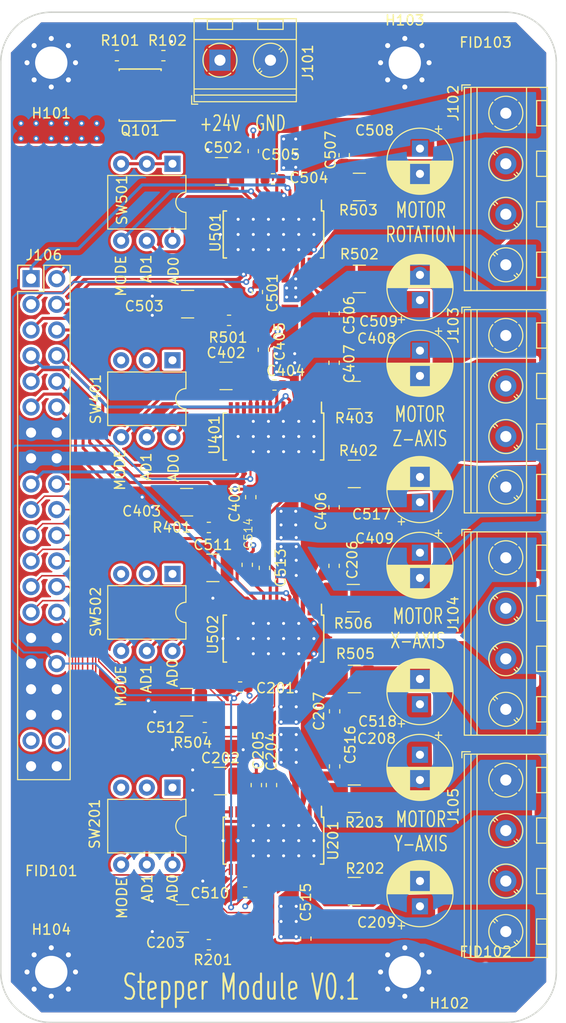
<source format=kicad_pcb>
(kicad_pcb (version 20171130) (host pcbnew 5.1.9-73d0e3b20d~88~ubuntu18.04.1)
  (layers (0 F.Cu signal) (1 In1.Cu power) (2 In2.Cu power) (31 B.Cu signal) (34 B.Paste user) (35 F.Paste user) (36 B.SilkS user) (37 F.SilkS user) (38 B.Mask user) (39 F.Mask user) (44 Edge.Cuts user))
  (net 0 "")
  (net 1 +3V3)
  (net 2 GND)
  (net 3 /Stepper_x/5VOUT)
  (net 4 "Net-(C203-Pad2)")
  (net 5 "Net-(C204-Pad1)")
  (net 6 "Net-(C204-Pad2)")
  (net 7 "Net-(C205-Pad1)")
  (net 8 +24V)
  (net 9 /Stepper_y/5VOUT)
  (net 10 /Stepper_z/5VOUT)
  (net 11 "Net-(C403-Pad2)")
  (net 12 "Net-(C404-Pad2)")
  (net 13 "Net-(C404-Pad1)")
  (net 14 "Net-(C405-Pad1)")
  (net 15 /Stepper_rotation/5VOUT)
  (net 16 "Net-(C503-Pad2)")
  (net 17 "Net-(C504-Pad1)")
  (net 18 "Net-(C504-Pad2)")
  (net 19 "Net-(C505-Pad1)")
  (net 20 /CUR_ROT)
  (net 21 /CUR_Z)
  (net 22 /STEP_ROT)
  (net 23 /STEP_Z)
  (net 24 /DIR_ROT)
  (net 25 /DIR_Z)
  (net 26 /DIAG_ROT)
  (net 27 /DIAG_Z)
  (net 28 /INDEX_ROT)
  (net 29 /INDEX_Z)
  (net 30 /EN_ROT)
  (net 31 /EN_Z)
  (net 32 /CUR_Y)
  (net 33 /CUR_X)
  (net 34 /STEP_Y)
  (net 35 /STEP_X)
  (net 36 /DIR_Y)
  (net 37 /DIR_X)
  (net 38 /DIAG_Y)
  (net 39 /DIAG_X)
  (net 40 /INDEX_Y)
  (net 41 /INDEX_X)
  (net 42 /EN_Y)
  (net 43 /EN_X)
  (net 44 /SINGLE_WIRE)
  (net 45 "Net-(R202-Pad2)")
  (net 46 "Net-(R203-Pad2)")
  (net 47 "Net-(R402-Pad2)")
  (net 48 "Net-(R403-Pad2)")
  (net 49 "Net-(R502-Pad2)")
  (net 50 "Net-(R503-Pad2)")
  (net 51 "Net-(SW201-Pad6)")
  (net 52 "Net-(SW201-Pad5)")
  (net 53 "Net-(SW201-Pad4)")
  (net 54 "Net-(SW401-Pad6)")
  (net 55 "Net-(SW401-Pad5)")
  (net 56 "Net-(SW401-Pad4)")
  (net 57 "Net-(SW501-Pad4)")
  (net 58 "Net-(SW501-Pad5)")
  (net 59 "Net-(SW501-Pad6)")
  (net 60 "Net-(C512-Pad2)")
  (net 61 "Net-(C513-Pad1)")
  (net 62 "Net-(C513-Pad2)")
  (net 63 "Net-(C514-Pad1)")
  (net 64 /Stepper_rotation/OA1_ROT)
  (net 65 /Stepper_rotation/OA2_ROT)
  (net 66 /Stepper_rotation/OB1_ROT)
  (net 67 /Stepper_rotation/OB2_ROT)
  (net 68 /Stepper_z/OB2_Z)
  (net 69 /Stepper_z/OB1_Z)
  (net 70 /Stepper_z/OA2_Z)
  (net 71 /Stepper_z/OA1_Z)
  (net 72 /Stepper_x/OA1_X)
  (net 73 /Stepper_x/OA2_X)
  (net 74 /Stepper_x/OB1_X)
  (net 75 /Stepper_x/OB2_X)
  (net 76 /Stepper_y/OB2_Y)
  (net 77 /Stepper_y/OB1_Y)
  (net 78 /Stepper_y/OA2_Y)
  (net 79 /Stepper_y/OA1_Y)
  (net 80 "Net-(R505-Pad2)")
  (net 81 "Net-(R506-Pad2)")
  (net 82 "Net-(SW502-Pad4)")
  (net 83 "Net-(SW502-Pad5)")
  (net 84 "Net-(SW502-Pad6)")
  (net 85 "Net-(Q101-Pad4)")
  (net 86 "Net-(J101-Pad1)")
  (module Fiducial:Fiducial_1mm_Mask2mm (layer F.Cu) (at 128 55)
    (fp_text reference FID103 (at 0 -2) (layer F.SilkS))
    (fp_text value Fiducial)
    (pad "" smd circle (at 0 0) (size 1 1) (layers F.Cu F.Mask) (clearance 0.5))
  )
  (module Fiducial:Fiducial_1mm_Mask2mm (layer F.Cu) (at 128 145)
    (fp_text reference FID102 (at 0 -2) (layer F.SilkS))
    (fp_text value Fiducial)
    (pad "" smd circle (at 0 0) (size 1 1) (layers F.Cu F.Mask) (clearance 0.5))
  )
  (module Fiducial:Fiducial_1mm_Mask2mm (layer F.Cu) (at 85 137)
    (fp_text reference FID101 (at 0 -2) (layer F.SilkS))
    (fp_text value Fiducial)
    (pad "" smd circle (at 0 0) (size 1 1) (layers F.Cu F.Mask) (clearance 0.5))
  )
  (module ProjectFootprints:TerminalBlock_RND_205-00047_1x04_P5.00mm_Horizontal (layer F.Cu) (at 130 126 270)
    (fp_text reference J105 (at 2.6 5.2 90) (layer F.SilkS))
    (fp_text value Screw_Terminal_01x04)
    (pad 4 thru_hole circle (at 15 0 270) (size 2.1 2.1) (drill 1.1) (layers *.Cu *.Mask) (net 78 /Stepper_y/OA2_Y))
    (pad 3 thru_hole circle (at 10 0 270) (size 2.1 2.1) (drill 1.1) (layers *.Cu *.Mask) (net 79 /Stepper_y/OA1_Y))
    (pad 2 thru_hole circle (at 5 0 270) (size 2.1 2.1) (drill 1.1) (layers *.Cu *.Mask) (net 77 /Stepper_y/OB1_Y))
    (pad 1 thru_hole rect (at 0 0 270) (size 2.1 2.1) (drill 1.1) (layers *.Cu *.Mask) (net 76 /Stepper_y/OB2_Y))
  )
  (module ProjectFootprints:TerminalBlock_RND_205-00047_1x04_P5.00mm_Horizontal (layer F.Cu) (at 130 104 270)
    (fp_text reference J104 (at 5.6 5.2 90) (layer F.SilkS))
    (fp_text value Screw_Terminal_01x04)
    (pad 4 thru_hole circle (at 15 0 270) (size 2.1 2.1) (drill 1.1) (layers *.Cu *.Mask) (net 73 /Stepper_x/OA2_X))
    (pad 3 thru_hole circle (at 10 0 270) (size 2.1 2.1) (drill 1.1) (layers *.Cu *.Mask) (net 72 /Stepper_x/OA1_X))
    (pad 2 thru_hole circle (at 5 0 270) (size 2.1 2.1) (drill 1.1) (layers *.Cu *.Mask) (net 74 /Stepper_x/OB1_X))
    (pad 1 thru_hole rect (at 0 0 270) (size 2.1 2.1) (drill 1.1) (layers *.Cu *.Mask) (net 75 /Stepper_x/OB2_X))
  )
  (module ProjectFootprints:TerminalBlock_RND_205-00047_1x04_P5.00mm_Horizontal (layer F.Cu) (at 130 82 270)
    (fp_text reference J103 (at -1 5.2 90) (layer F.SilkS))
    (fp_text value Screw_Terminal_01x04)
    (pad 4 thru_hole circle (at 15 0 270) (size 2.1 2.1) (drill 1.1) (layers *.Cu *.Mask) (net 70 /Stepper_z/OA2_Z))
    (pad 3 thru_hole circle (at 10 0 270) (size 2.1 2.1) (drill 1.1) (layers *.Cu *.Mask) (net 71 /Stepper_z/OA1_Z))
    (pad 2 thru_hole circle (at 5 0 270) (size 2.1 2.1) (drill 1.1) (layers *.Cu *.Mask) (net 69 /Stepper_z/OB1_Z))
    (pad 1 thru_hole rect (at 0 0 270) (size 2.1 2.1) (drill 1.1) (layers *.Cu *.Mask) (net 68 /Stepper_z/OB2_Z))
  )
  (module ProjectFootprints:TerminalBlock_RND_205-00047_1x04_P5.00mm_Horizontal (layer F.Cu) (at 130 60 270)
    (fp_text reference J102 (at -1 5.2 90) (layer F.SilkS))
    (fp_text value Screw_Terminal_01x04)
    (pad 4 thru_hole circle (at 15 0 270) (size 2.1 2.1) (drill 1.1) (layers *.Cu *.Mask) (net 65 /Stepper_rotation/OA2_ROT))
    (pad 3 thru_hole circle (at 10 0 270) (size 2.1 2.1) (drill 1.1) (layers *.Cu *.Mask) (net 64 /Stepper_rotation/OA1_ROT))
    (pad 2 thru_hole circle (at 5 0 270) (size 2.1 2.1) (drill 1.1) (layers *.Cu *.Mask) (net 66 /Stepper_rotation/OB1_ROT))
    (pad 1 thru_hole rect (at 0 0 270) (size 2.1 2.1) (drill 1.1) (layers *.Cu *.Mask) (net 67 /Stepper_rotation/OB2_ROT))
  )
  (module ProjectFootprints:TerminalBlock_RND_205-00045_1x02_P5.00mm_Horizontal (layer F.Cu) (at 101.7 54.75)
    (fp_text reference J101 (at 8.7 0.25 90) (layer F.SilkS))
    (fp_text value Screw_Terminal_01x02)
    (pad 1 thru_hole rect (at 0 0) (size 2.1 2.1) (drill 1.1) (layers *.Cu *.Mask) (net 86 "Net-(J101-Pad1)"))
    (pad 2 thru_hole circle (at 5 0) (size 2.1 2.1) (drill 1.1) (layers *.Cu *.Mask) (net 2 GND))
  )
  (module Connector_PinHeader_2.54mm:PinHeader_2x20_P2.54mm_Vertical (layer F.Cu) (at 83 76.375)
    (fp_text reference J106 (at 1.27 -2.33) (layer F.SilkS))
    (fp_text value Conn_02x20_Odd_Even)
    (pad 1 thru_hole rect (at 0 0) (size 1.7 1.7) (drill 1) (layers *.Cu *.Mask) (net 30 /EN_ROT))
    (pad 2 thru_hole oval (at 2.54 0) (size 1.7 1.7) (drill 1) (layers *.Cu *.Mask) (net 26 /DIAG_ROT))
    (pad 3 thru_hole oval (at 0 2.54) (size 1.7 1.7) (drill 1) (layers *.Cu *.Mask) (net 28 /INDEX_ROT))
    (pad 4 thru_hole oval (at 2.54 2.54) (size 1.7 1.7) (drill 1) (layers *.Cu *.Mask) (net 22 /STEP_ROT))
    (pad 5 thru_hole oval (at 0 5.08) (size 1.7 1.7) (drill 1) (layers *.Cu *.Mask) (net 20 /CUR_ROT))
    (pad 6 thru_hole oval (at 2.54 5.08) (size 1.7 1.7) (drill 1) (layers *.Cu *.Mask) (net 24 /DIR_ROT))
    (pad 7 thru_hole oval (at 0 7.62) (size 1.7 1.7) (drill 1) (layers *.Cu *.Mask) (net 31 /EN_Z))
    (pad 8 thru_hole oval (at 2.54 7.62) (size 1.7 1.7) (drill 1) (layers *.Cu *.Mask) (net 27 /DIAG_Z))
    (pad 9 thru_hole oval (at 0 10.16) (size 1.7 1.7) (drill 1) (layers *.Cu *.Mask) (net 29 /INDEX_Z))
    (pad 10 thru_hole oval (at 2.54 10.16) (size 1.7 1.7) (drill 1) (layers *.Cu *.Mask) (net 23 /STEP_Z))
    (pad 11 thru_hole oval (at 0 12.7) (size 1.7 1.7) (drill 1) (layers *.Cu *.Mask) (net 21 /CUR_Z))
    (pad 12 thru_hole oval (at 2.54 12.7) (size 1.7 1.7) (drill 1) (layers *.Cu *.Mask) (net 25 /DIR_Z))
    (pad 13 thru_hole oval (at 0 15.24) (size 1.7 1.7) (drill 1) (layers *.Cu *.Mask) (net 2 GND))
    (pad 14 thru_hole oval (at 2.54 15.24) (size 1.7 1.7) (drill 1) (layers *.Cu *.Mask) (net 2 GND))
    (pad 15 thru_hole oval (at 0 17.78) (size 1.7 1.7) (drill 1) (layers *.Cu *.Mask) (net 2 GND))
    (pad 16 thru_hole oval (at 2.54 17.78) (size 1.7 1.7) (drill 1) (layers *.Cu *.Mask) (net 2 GND))
    (pad 17 thru_hole oval (at 0 20.32) (size 1.7 1.7) (drill 1) (layers *.Cu *.Mask) (net 43 /EN_X))
    (pad 18 thru_hole oval (at 2.54 20.32) (size 1.7 1.7) (drill 1) (layers *.Cu *.Mask) (net 39 /DIAG_X))
    (pad 19 thru_hole oval (at 0 22.86) (size 1.7 1.7) (drill 1) (layers *.Cu *.Mask) (net 41 /INDEX_X))
    (pad 20 thru_hole oval (at 2.54 22.86) (size 1.7 1.7) (drill 1) (layers *.Cu *.Mask) (net 35 /STEP_X))
    (pad 21 thru_hole oval (at 0 25.4) (size 1.7 1.7) (drill 1) (layers *.Cu *.Mask) (net 33 /CUR_X))
    (pad 22 thru_hole oval (at 2.54 25.4) (size 1.7 1.7) (drill 1) (layers *.Cu *.Mask) (net 37 /DIR_X))
    (pad 23 thru_hole oval (at 0 27.94) (size 1.7 1.7) (drill 1) (layers *.Cu *.Mask) (net 42 /EN_Y))
    (pad 24 thru_hole oval (at 2.54 27.94) (size 1.7 1.7) (drill 1) (layers *.Cu *.Mask) (net 38 /DIAG_Y))
    (pad 25 thru_hole oval (at 0 30.48) (size 1.7 1.7) (drill 1) (layers *.Cu *.Mask) (net 40 /INDEX_Y))
    (pad 26 thru_hole oval (at 2.54 30.48) (size 1.7 1.7) (drill 1) (layers *.Cu *.Mask) (net 34 /STEP_Y))
    (pad 27 thru_hole oval (at 0 33.02) (size 1.7 1.7) (drill 1) (layers *.Cu *.Mask) (net 32 /CUR_Y))
    (pad 28 thru_hole oval (at 2.54 33.02) (size 1.7 1.7) (drill 1) (layers *.Cu *.Mask) (net 36 /DIR_Y))
    (pad 29 thru_hole oval (at 0 35.56) (size 1.7 1.7) (drill 1) (layers *.Cu *.Mask) (net 2 GND))
    (pad 30 thru_hole oval (at 2.54 35.56) (size 1.7 1.7) (drill 1) (layers *.Cu *.Mask) (net 2 GND))
    (pad 31 thru_hole oval (at 0 38.1) (size 1.7 1.7) (drill 1) (layers *.Cu *.Mask) (net 2 GND))
    (pad 32 thru_hole oval (at 2.54 38.1) (size 1.7 1.7) (drill 1) (layers *.Cu *.Mask) (net 44 /SINGLE_WIRE))
    (pad 33 thru_hole oval (at 0 40.64) (size 1.7 1.7) (drill 1) (layers *.Cu *.Mask) (net 2 GND))
    (pad 34 thru_hole oval (at 2.54 40.64) (size 1.7 1.7) (drill 1) (layers *.Cu *.Mask) (net 2 GND))
    (pad 35 thru_hole oval (at 0 43.18) (size 1.7 1.7) (drill 1) (layers *.Cu *.Mask) (net 2 GND))
    (pad 36 thru_hole oval (at 2.54 43.18) (size 1.7 1.7) (drill 1) (layers *.Cu *.Mask) (net 2 GND))
    (pad 37 thru_hole oval (at 0 45.72) (size 1.7 1.7) (drill 1) (layers *.Cu *.Mask) (net 1 +3V3))
    (pad 38 thru_hole oval (at 2.54 45.72) (size 1.7 1.7) (drill 1) (layers *.Cu *.Mask) (net 1 +3V3))
    (pad 39 thru_hole oval (at 0 48.26) (size 1.7 1.7) (drill 1) (layers *.Cu *.Mask) (net 2 GND))
    (pad 40 thru_hole oval (at 2.54 48.26) (size 1.7 1.7) (drill 1) (layers *.Cu *.Mask) (net 2 GND))
  )
  (module Capacitor_SMD:C_0603_1608Metric (layer F.Cu) (at 103.7 116.8)
    (fp_text reference C201 (at 3.5 0.1) (layer F.SilkS))
    (fp_text value "100n 50V")
    (pad 2 smd roundrect (at 0.7875 0) (size 0.875 0.95) (layers F.Cu F.Paste F.Mask) (net 1 +3V3))
    (pad 1 smd roundrect (at -0.7875 0) (size 0.875 0.95) (layers F.Cu F.Paste F.Mask) (net 2 GND))
  )
  (module Capacitor_SMD:C_1210_3225Metric (layer F.Cu) (at 101.75 126.1)
    (fp_text reference C202 (at 0 -2.28) (layer F.SilkS))
    (fp_text value "2.2u 50V")
    (pad 1 smd roundrect (at -1.4 0) (size 1.25 2.65) (layers F.Cu F.Paste F.Mask) (roundrect_rratio 0.2) (net 2 GND))
    (pad 2 smd roundrect (at 1.4 0) (size 1.25 2.65) (layers F.Cu F.Paste F.Mask) (roundrect_rratio 0.2) (net 9 /Stepper_y/5VOUT))
  )
  (module Capacitor_SMD:C_1210_3225Metric (layer F.Cu) (at 98 139.7)
    (fp_text reference C203 (at -1.7 2.4) (layer F.SilkS))
    (fp_text value "2.2u 50V")
    (pad 2 smd roundrect (at 1.4 0) (size 1.25 2.65) (layers F.Cu F.Paste F.Mask) (roundrect_rratio 0.2) (net 4 "Net-(C203-Pad2)"))
    (pad 1 smd roundrect (at -1.4 0) (size 1.25 2.65) (layers F.Cu F.Paste F.Mask) (roundrect_rratio 0.2) (net 2 GND))
  )
  (module Capacitor_SMD:C_0603_1608Metric (layer F.Cu) (at 106.8 126.5 90)
    (fp_text reference C204 (at 3.3 0 90) (layer F.SilkS))
    (fp_text value "22n 50V")
    (pad 1 smd roundrect (at -0.7875 0 90) (size 0.875 0.95) (layers F.Cu F.Paste F.Mask) (net 5 "Net-(C204-Pad1)"))
    (pad 2 smd roundrect (at 0.7875 0 90) (size 0.875 0.95) (layers F.Cu F.Paste F.Mask) (net 6 "Net-(C204-Pad2)"))
  )
  (module Capacitor_SMD:C_0603_1608Metric (layer F.Cu) (at 105.3 126.5 90)
    (fp_text reference C205 (at 3.45 0.2 90) (layer F.SilkS))
    (fp_text value "100n 50V")
    (pad 1 smd roundrect (at -0.7875 0 90) (size 0.875 0.95) (layers F.Cu F.Paste F.Mask) (net 7 "Net-(C205-Pad1)"))
    (pad 2 smd roundrect (at 0.7875 0 90) (size 0.875 0.95) (layers F.Cu F.Paste F.Mask) (net 8 +24V))
  )
  (module Capacitor_SMD:C_0603_1608Metric (layer F.Cu) (at 113 104.8 90)
    (fp_text reference C206 (at 0.6 1.8 90) (layer F.SilkS))
    (fp_text value "100n 50V")
    (pad 2 smd roundrect (at 0.7875 0 90) (size 0.875 0.95) (layers F.Cu F.Paste F.Mask) (net 8 +24V))
    (pad 1 smd roundrect (at -0.7875 0 90) (size 0.875 0.95) (layers F.Cu F.Paste F.Mask) (net 2 GND))
  )
  (module Capacitor_SMD:C_0603_1608Metric (layer F.Cu) (at 113.05 119.2 270)
    (fp_text reference C207 (at 0 1.55 270) (layer F.SilkS))
    (fp_text value "100n 50V")
    (pad 1 smd roundrect (at -0.7875 0 270) (size 0.875 0.95) (layers F.Cu F.Paste F.Mask) (net 2 GND))
    (pad 2 smd roundrect (at 0.7875 0 270) (size 0.875 0.95) (layers F.Cu F.Paste F.Mask) (net 8 +24V))
  )
  (module Capacitor_THT:CP_Radial_D6.3mm_P2.50mm (layer F.Cu) (at 121.5 123.5 270)
    (fp_text reference C208 (at -1.6 4.3) (layer F.SilkS))
    (fp_text value "100u 35V")
    (pad 1 thru_hole rect (at 0 0 270) (size 1.6 1.6) (drill 0.8) (layers *.Cu *.Mask) (net 8 +24V))
    (pad 2 thru_hole circle (at 2.5 0 270) (size 1.6 1.6) (drill 0.8) (layers *.Cu *.Mask) (net 2 GND))
  )
  (module Capacitor_THT:CP_Radial_D6.3mm_P2.50mm (layer F.Cu) (at 121.5 138.5 90)
    (fp_text reference C209 (at -1.6 -4.3 180) (layer F.SilkS))
    (fp_text value "100u 35V")
    (pad 2 thru_hole circle (at 2.5 0 90) (size 1.6 1.6) (drill 0.8) (layers *.Cu *.Mask) (net 2 GND))
    (pad 1 thru_hole rect (at 0 0 90) (size 1.6 1.6) (drill 0.8) (layers *.Cu *.Mask) (net 8 +24V))
  )
  (module Capacitor_SMD:C_0603_1608Metric (layer F.Cu) (at 104.75 98 90)
    (fp_text reference C401 (at -0.6 -1.6 90) (layer F.SilkS))
    (fp_text value "100n 50V")
    (pad 2 smd roundrect (at 0.7875 0 90) (size 0.875 0.95) (layers F.Cu F.Paste F.Mask) (net 1 +3V3))
    (pad 1 smd roundrect (at -0.7875 0 90) (size 0.875 0.95) (layers F.Cu F.Paste F.Mask) (net 2 GND))
  )
  (module Capacitor_SMD:C_1210_3225Metric (layer F.Cu) (at 102.3 86)
    (fp_text reference C402 (at 0 -2.28) (layer F.SilkS))
    (fp_text value "2.2u 50V")
    (pad 2 smd roundrect (at 1.4 0) (size 1.25 2.65) (layers F.Cu F.Paste F.Mask) (roundrect_rratio 0.2) (net 10 /Stepper_z/5VOUT))
    (pad 1 smd roundrect (at -1.4 0) (size 1.25 2.65) (layers F.Cu F.Paste F.Mask) (roundrect_rratio 0.2) (net 2 GND))
  )
  (module Capacitor_SMD:C_1210_3225Metric (layer F.Cu) (at 98.4 98.5)
    (fp_text reference C403 (at -4.45 0.9) (layer F.SilkS))
    (fp_text value "2.2u 50V")
    (pad 1 smd roundrect (at -1.4 0) (size 1.25 2.65) (layers F.Cu F.Paste F.Mask) (roundrect_rratio 0.2) (net 2 GND))
    (pad 2 smd roundrect (at 1.4 0) (size 1.25 2.65) (layers F.Cu F.Paste F.Mask) (roundrect_rratio 0.2) (net 11 "Net-(C403-Pad2)"))
  )
  (module Capacitor_SMD:C_0603_1608Metric (layer F.Cu) (at 107.1 86.9)
    (fp_text reference C404 (at 1.1 -1.4) (layer F.SilkS))
    (fp_text value "22n 50V")
    (pad 2 smd roundrect (at 0.7875 0) (size 0.875 0.95) (layers F.Cu F.Paste F.Mask) (net 12 "Net-(C404-Pad2)"))
    (pad 1 smd roundrect (at -0.7875 0) (size 0.875 0.95) (layers F.Cu F.Paste F.Mask) (net 13 "Net-(C404-Pad1)"))
  )
  (module Capacitor_SMD:C_0603_1608Metric (layer F.Cu) (at 106 83.4125 90)
    (fp_text reference C405 (at 0.8125 1.6 90) (layer F.SilkS))
    (fp_text value "100n 50V")
    (pad 1 smd roundrect (at -0.7875 0 90) (size 0.875 0.95) (layers F.Cu F.Paste F.Mask) (net 14 "Net-(C405-Pad1)"))
    (pad 2 smd roundrect (at 0.7875 0 90) (size 0.875 0.95) (layers F.Cu F.Paste F.Mask) (net 8 +24V))
  )
  (module Capacitor_SMD:C_0603_1608Metric (layer F.Cu) (at 113 99 270)
    (fp_text reference C406 (at 0.4 1.3 270) (layer F.SilkS))
    (fp_text value "100n 50V")
    (pad 2 smd roundrect (at 0.7875 0 270) (size 0.875 0.95) (layers F.Cu F.Paste F.Mask) (net 8 +24V))
    (pad 1 smd roundrect (at -0.7875 0 270) (size 0.875 0.95) (layers F.Cu F.Paste F.Mask) (net 2 GND))
  )
  (module Capacitor_SMD:C_0603_1608Metric (layer F.Cu) (at 113 84.7 90)
    (fp_text reference C407 (at -0.1 1.5 90) (layer F.SilkS))
    (fp_text value "100n 50V")
    (pad 1 smd roundrect (at -0.7875 0 90) (size 0.875 0.95) (layers F.Cu F.Paste F.Mask) (net 2 GND))
    (pad 2 smd roundrect (at 0.7875 0 90) (size 0.875 0.95) (layers F.Cu F.Paste F.Mask) (net 8 +24V))
  )
  (module Capacitor_THT:CP_Radial_D6.3mm_P2.50mm (layer F.Cu) (at 121.5 83.5 270)
    (fp_text reference C408 (at -1.2 4.3) (layer F.SilkS))
    (fp_text value "100u 35V")
    (pad 2 thru_hole circle (at 2.5 0 270) (size 1.6 1.6) (drill 0.8) (layers *.Cu *.Mask) (net 2 GND))
    (pad 1 thru_hole rect (at 0 0 270) (size 1.6 1.6) (drill 0.8) (layers *.Cu *.Mask) (net 8 +24V))
  )
  (module Capacitor_THT:CP_Radial_D6.3mm_P2.50mm (layer F.Cu) (at 121.5 98.5 90)
    (fp_text reference C409 (at -3.6 -4.5 180) (layer F.SilkS))
    (fp_text value "100u 35V")
    (pad 1 thru_hole rect (at 0 0 90) (size 1.6 1.6) (drill 0.8) (layers *.Cu *.Mask) (net 8 +24V))
    (pad 2 thru_hole circle (at 2.5 0 90) (size 1.6 1.6) (drill 0.8) (layers *.Cu *.Mask) (net 2 GND))
  )
  (module Capacitor_SMD:C_0603_1608Metric (layer F.Cu) (at 105.4 77.7 90)
    (fp_text reference C501 (at -0.1 1.5 90) (layer F.SilkS))
    (fp_text value "100n 50V")
    (pad 1 smd roundrect (at -0.7875 0 90) (size 0.875 0.95) (layers F.Cu F.Paste F.Mask) (net 2 GND))
    (pad 2 smd roundrect (at 0.7875 0 90) (size 0.875 0.95) (layers F.Cu F.Paste F.Mask) (net 1 +3V3))
  )
  (module Capacitor_SMD:C_1210_3225Metric (layer F.Cu) (at 101.85 65.75)
    (fp_text reference C502 (at 0.15 -2.35) (layer F.SilkS))
    (fp_text value "2.2u 50V")
    (pad 2 smd roundrect (at 1.4 0) (size 1.25 2.65) (layers F.Cu F.Paste F.Mask) (roundrect_rratio 0.2) (net 15 /Stepper_rotation/5VOUT))
    (pad 1 smd roundrect (at -1.4 0) (size 1.25 2.65) (layers F.Cu F.Paste F.Mask) (roundrect_rratio 0.2) (net 2 GND))
  )
  (module Capacitor_SMD:C_1210_3225Metric (layer F.Cu) (at 98.5 78.9)
    (fp_text reference C503 (at -4.3 0.2) (layer F.SilkS))
    (fp_text value "2.2u 50V")
    (pad 1 smd roundrect (at -1.4 0) (size 1.25 2.65) (layers F.Cu F.Paste F.Mask) (roundrect_rratio 0.2) (net 2 GND))
    (pad 2 smd roundrect (at 1.4 0) (size 1.25 2.65) (layers F.Cu F.Paste F.Mask) (roundrect_rratio 0.2) (net 16 "Net-(C503-Pad2)"))
  )
  (module Capacitor_SMD:C_0603_1608Metric (layer F.Cu) (at 106.95 66.5)
    (fp_text reference C504 (at 3.55 -0.1 180) (layer F.SilkS))
    (fp_text value "22n 50V")
    (pad 1 smd roundrect (at -0.7875 0) (size 0.875 0.95) (layers F.Cu F.Paste F.Mask) (net 17 "Net-(C504-Pad1)"))
    (pad 2 smd roundrect (at 0.7875 0) (size 0.875 0.95) (layers F.Cu F.Paste F.Mask) (net 18 "Net-(C504-Pad2)"))
  )
  (module Capacitor_SMD:C_0603_1608Metric (layer F.Cu) (at 105 63.75 90)
    (fp_text reference C505 (at -0.35 2.7 180) (layer F.SilkS))
    (fp_text value "100n 50V")
    (pad 2 smd roundrect (at 0.7875 0 90) (size 0.875 0.95) (layers F.Cu F.Paste F.Mask) (net 8 +24V))
    (pad 1 smd roundrect (at -0.7875 0 90) (size 0.875 0.95) (layers F.Cu F.Paste F.Mask) (net 19 "Net-(C505-Pad1)"))
  )
  (module Capacitor_SMD:C_0603_1608Metric (layer F.Cu) (at 113 79.8 270)
    (fp_text reference C506 (at 0.2 -1.5 270) (layer F.SilkS))
    (fp_text value "100n 50V")
    (pad 1 smd roundrect (at -0.7875 0 270) (size 0.875 0.95) (layers F.Cu F.Paste F.Mask) (net 2 GND))
    (pad 2 smd roundrect (at 0.7875 0 270) (size 0.875 0.95) (layers F.Cu F.Paste F.Mask) (net 8 +24V))
  )
  (module Capacitor_SMD:C_0603_1608Metric (layer F.Cu) (at 114 64.15 90)
    (fp_text reference C507 (at 0.5 -1.35 90) (layer F.SilkS))
    (fp_text value "100n 50V")
    (pad 2 smd roundrect (at 0.7875 0 90) (size 0.875 0.95) (layers F.Cu F.Paste F.Mask) (net 8 +24V))
    (pad 1 smd roundrect (at -0.7875 0 90) (size 0.875 0.95) (layers F.Cu F.Paste F.Mask) (net 2 GND))
  )
  (module Capacitor_THT:CP_Radial_D6.3mm_P2.50mm (layer F.Cu) (at 121.5 63.5 270)
    (fp_text reference C508 (at -1.8 4.5) (layer F.SilkS))
    (fp_text value "100u 35V")
    (pad 1 thru_hole rect (at 0 0 270) (size 1.6 1.6) (drill 0.8) (layers *.Cu *.Mask) (net 8 +24V))
    (pad 2 thru_hole circle (at 2.5 0 270) (size 1.6 1.6) (drill 0.8) (layers *.Cu *.Mask) (net 2 GND))
  )
  (module Capacitor_THT:CP_Radial_D6.3mm_P2.50mm (layer F.Cu) (at 121.5 78.5 90)
    (fp_text reference C509 (at -2.1 -4.1) (layer F.SilkS))
    (fp_text value "100u 35V")
    (pad 2 thru_hole circle (at 2.5 0 90) (size 1.6 1.6) (drill 0.8) (layers *.Cu *.Mask) (net 2 GND))
    (pad 1 thru_hole rect (at 0 0 90) (size 1.6 1.6) (drill 0.8) (layers *.Cu *.Mask) (net 8 +24V))
  )
  (module Resistor_SMD:R_0603_1608Metric (layer F.Cu) (at 100.6 142.3 180)
    (fp_text reference R201 (at -0.4 -1.5 180) (layer F.SilkS))
    (fp_text value 22K1)
    (pad 1 smd roundrect (at -0.7875 0 180) (size 0.875 0.95) (layers F.Cu F.Paste F.Mask) (net 4 "Net-(C203-Pad2)"))
    (pad 2 smd roundrect (at 0.7875 0 180) (size 0.875 0.95) (layers F.Cu F.Paste F.Mask) (net 32 /CUR_Y))
  )
  (module Resistor_SMD:R_1210_3225Metric (layer F.Cu) (at 115 137 180)
    (fp_text reference R202 (at -1.05 2.25 180) (layer F.SilkS))
    (fp_text value "0.1R 0.5W")
    (pad 1 smd roundrect (at -1.4 0 180) (size 1.25 2.65) (layers F.Cu F.Paste F.Mask) (roundrect_rratio 0.2) (net 2 GND))
    (pad 2 smd roundrect (at 1.4 0 180) (size 1.25 2.65) (layers F.Cu F.Paste F.Mask) (roundrect_rratio 0.2) (net 45 "Net-(R202-Pad2)"))
  )
  (module Resistor_SMD:R_1210_3225Metric (layer F.Cu) (at 115 127.85 180)
    (fp_text reference R203 (at -1 -2.35 180) (layer F.SilkS))
    (fp_text value "0.1R 0.5W")
    (pad 2 smd roundrect (at 1.4 0 180) (size 1.25 2.65) (layers F.Cu F.Paste F.Mask) (roundrect_rratio 0.2) (net 46 "Net-(R203-Pad2)"))
    (pad 1 smd roundrect (at -1.4 0 180) (size 1.25 2.65) (layers F.Cu F.Paste F.Mask) (roundrect_rratio 0.2) (net 2 GND))
  )
  (module Resistor_SMD:R_0603_1608Metric (layer F.Cu) (at 100.6 101 180)
    (fp_text reference R401 (at 3.6625 0 180) (layer F.SilkS))
    (fp_text value 22K1)
    (pad 1 smd roundrect (at -0.7875 0 180) (size 0.875 0.95) (layers F.Cu F.Paste F.Mask) (net 11 "Net-(C403-Pad2)"))
    (pad 2 smd roundrect (at 0.7875 0 180) (size 0.875 0.95) (layers F.Cu F.Paste F.Mask) (net 21 /CUR_Z))
  )
  (module Resistor_SMD:R_1210_3225Metric (layer F.Cu) (at 115 95.7 180)
    (fp_text reference R402 (at -0.4 2.3 180) (layer F.SilkS))
    (fp_text value "0.1R 0.5W")
    (pad 1 smd roundrect (at -1.4 0 180) (size 1.25 2.65) (layers F.Cu F.Paste F.Mask) (roundrect_rratio 0.2) (net 2 GND))
    (pad 2 smd roundrect (at 1.4 0 180) (size 1.25 2.65) (layers F.Cu F.Paste F.Mask) (roundrect_rratio 0.2) (net 47 "Net-(R402-Pad2)"))
  )
  (module Resistor_SMD:R_1210_3225Metric (layer F.Cu) (at 115 87.9 180)
    (fp_text reference R403 (at 0 -2.28 180) (layer F.SilkS))
    (fp_text value "0.1R 0.5W")
    (pad 2 smd roundrect (at 1.4 0 180) (size 1.25 2.65) (layers F.Cu F.Paste F.Mask) (roundrect_rratio 0.2) (net 48 "Net-(R403-Pad2)"))
    (pad 1 smd roundrect (at -1.4 0 180) (size 1.25 2.65) (layers F.Cu F.Paste F.Mask) (roundrect_rratio 0.2) (net 2 GND))
  )
  (module Resistor_SMD:R_0603_1608Metric (layer F.Cu) (at 102.6 80.5 180)
    (fp_text reference R501 (at 0.1 -1.7 180) (layer F.SilkS))
    (fp_text value 22K1)
    (pad 2 smd roundrect (at 0.7875 0 180) (size 0.875 0.95) (layers F.Cu F.Paste F.Mask) (net 20 /CUR_ROT))
    (pad 1 smd roundrect (at -0.7875 0 180) (size 0.875 0.95) (layers F.Cu F.Paste F.Mask) (net 16 "Net-(C503-Pad2)"))
  )
  (module Resistor_SMD:R_1210_3225Metric (layer F.Cu) (at 115.5 76.4 180)
    (fp_text reference R502 (at 0 2.45 180) (layer F.SilkS))
    (fp_text value "0.1R 0.5W")
    (pad 1 smd roundrect (at -1.4 0 180) (size 1.25 2.65) (layers F.Cu F.Paste F.Mask) (roundrect_rratio 0.2) (net 2 GND))
    (pad 2 smd roundrect (at 1.4 0 180) (size 1.25 2.65) (layers F.Cu F.Paste F.Mask) (roundrect_rratio 0.2) (net 49 "Net-(R502-Pad2)"))
  )
  (module Resistor_SMD:R_1210_3225Metric (layer F.Cu) (at 115.5 67.3 180)
    (fp_text reference R503 (at 0.1 -2.3 180) (layer F.SilkS))
    (fp_text value "0.1R 0.5W")
    (pad 2 smd roundrect (at 1.4 0 180) (size 1.25 2.65) (layers F.Cu F.Paste F.Mask) (roundrect_rratio 0.2) (net 50 "Net-(R503-Pad2)"))
    (pad 1 smd roundrect (at -1.4 0 180) (size 1.25 2.65) (layers F.Cu F.Paste F.Mask) (roundrect_rratio 0.2) (net 2 GND))
  )
  (module Package_DIP:DIP-6_W7.62mm (layer F.Cu) (at 97 126.75 270)
    (fp_text reference SW201 (at 3.6 7.7 270) (layer F.SilkS))
    (fp_text value SW_DIP_x03)
    (pad 6 thru_hole oval (at 7.62 0 270) (size 1.6 1.6) (drill 0.8) (layers *.Cu *.Mask) (net 51 "Net-(SW201-Pad6)"))
    (pad 3 thru_hole oval (at 0 5.08 270) (size 1.6 1.6) (drill 0.8) (layers *.Cu *.Mask) (net 1 +3V3))
    (pad 5 thru_hole oval (at 7.62 2.54 270) (size 1.6 1.6) (drill 0.8) (layers *.Cu *.Mask) (net 52 "Net-(SW201-Pad5)"))
    (pad 2 thru_hole oval (at 0 2.54 270) (size 1.6 1.6) (drill 0.8) (layers *.Cu *.Mask) (net 1 +3V3))
    (pad 4 thru_hole oval (at 7.62 5.08 270) (size 1.6 1.6) (drill 0.8) (layers *.Cu *.Mask) (net 53 "Net-(SW201-Pad4)"))
    (pad 1 thru_hole rect (at 0 0 270) (size 1.6 1.6) (drill 0.8) (layers *.Cu *.Mask) (net 1 +3V3))
  )
  (module Package_DIP:DIP-6_W7.62mm (layer F.Cu) (at 97 84.45 270)
    (fp_text reference SW401 (at 3.85 7.6 270) (layer F.SilkS))
    (fp_text value SW_DIP_x03)
    (pad 6 thru_hole oval (at 7.62 0 270) (size 1.6 1.6) (drill 0.8) (layers *.Cu *.Mask) (net 54 "Net-(SW401-Pad6)"))
    (pad 3 thru_hole oval (at 0 5.08 270) (size 1.6 1.6) (drill 0.8) (layers *.Cu *.Mask) (net 1 +3V3))
    (pad 5 thru_hole oval (at 7.62 2.54 270) (size 1.6 1.6) (drill 0.8) (layers *.Cu *.Mask) (net 55 "Net-(SW401-Pad5)"))
    (pad 2 thru_hole oval (at 0 2.54 270) (size 1.6 1.6) (drill 0.8) (layers *.Cu *.Mask) (net 1 +3V3))
    (pad 4 thru_hole oval (at 7.62 5.08 270) (size 1.6 1.6) (drill 0.8) (layers *.Cu *.Mask) (net 56 "Net-(SW401-Pad4)"))
    (pad 1 thru_hole rect (at 0 0 270) (size 1.6 1.6) (drill 0.8) (layers *.Cu *.Mask) (net 1 +3V3))
  )
  (module Package_DIP:DIP-6_W7.62mm (layer F.Cu) (at 97 65 270)
    (fp_text reference SW501 (at 3.6 5 270) (layer F.SilkS))
    (fp_text value SW_DIP_x03)
    (pad 1 thru_hole rect (at 0 0 270) (size 1.6 1.6) (drill 0.8) (layers *.Cu *.Mask) (net 1 +3V3))
    (pad 4 thru_hole oval (at 7.62 5.08 270) (size 1.6 1.6) (drill 0.8) (layers *.Cu *.Mask) (net 57 "Net-(SW501-Pad4)"))
    (pad 2 thru_hole oval (at 0 2.54 270) (size 1.6 1.6) (drill 0.8) (layers *.Cu *.Mask) (net 1 +3V3))
    (pad 5 thru_hole oval (at 7.62 2.54 270) (size 1.6 1.6) (drill 0.8) (layers *.Cu *.Mask) (net 58 "Net-(SW501-Pad5)"))
    (pad 3 thru_hole oval (at 0 5.08 270) (size 1.6 1.6) (drill 0.8) (layers *.Cu *.Mask) (net 1 +3V3))
    (pad 6 thru_hole oval (at 7.62 0 270) (size 1.6 1.6) (drill 0.8) (layers *.Cu *.Mask) (net 59 "Net-(SW501-Pad6)"))
  )
  (module Package_SO:TSSOP-28-1EP_4.4x9.7mm_P0.65mm (layer F.Cu) (at 107 132 270)
    (fp_text reference U201 (at 0 -5.9 270) (layer F.SilkS))
    (fp_text value TMC2226)
    (pad 29 smd rect (at -0.6 -2.31375 270) (size 1.2 1.5425) (layers F.Cu F.Paste F.Mask) (net 2 GND))
    (pad 29 smd rect (at -0.6 -0.77125 270) (size 1.2 1.5425) (layers F.Cu F.Paste F.Mask) (net 2 GND))
    (pad 29 smd rect (at -0.6 0.77125 270) (size 1.2 1.5425) (layers F.Cu F.Paste F.Mask) (net 2 GND))
    (pad 29 smd rect (at -0.6 2.31375 270) (size 1.2 1.5425) (layers F.Cu F.Paste F.Mask) (net 2 GND))
    (pad 29 smd rect (at 0.6 -2.31375 270) (size 1.2 1.5425) (layers F.Cu F.Paste F.Mask) (net 2 GND))
    (pad 29 smd rect (at 0.6 -0.77125 270) (size 1.2 1.5425) (layers F.Cu F.Paste F.Mask) (net 2 GND))
    (pad 29 smd rect (at 0.6 0.77125 270) (size 1.2 1.5425) (layers F.Cu F.Paste F.Mask) (net 2 GND))
    (pad 29 smd rect (at 0.6 2.31375 270) (size 1.2 1.5425) (layers F.Cu F.Paste F.Mask) (net 2 GND))
    (pad 28 smd rect (at 2.85 -4.225 270) (size 1.1 0.4) (layers F.Cu F.Paste F.Mask) (net 79 /Stepper_y/OA1_Y))
    (pad 27 smd rect (at 2.85 -3.575 270) (size 1.1 0.4) (layers F.Cu F.Paste F.Mask) (net 45 "Net-(R202-Pad2)"))
    (pad 26 smd rect (at 2.85 -2.925 270) (size 1.1 0.4) (layers F.Cu F.Paste F.Mask) (net 8 +24V))
    (pad 25 smd rect (at 2.85 -2.275 270) (size 1.1 0.4) (layers F.Cu F.Paste F.Mask) (net 78 /Stepper_y/OA2_Y))
    (pad 24 smd rect (at 2.85 -1.625 270) (size 1.1 0.4) (layers F.Cu F.Paste F.Mask) (net 2 GND))
    (pad 23 smd rect (at 2.85 -0.975 270) (size 1.1 0.4) (layers F.Cu F.Paste F.Mask) (net 36 /DIR_Y))
    (pad 22 smd rect (at 2.85 -0.325 270) (size 1.1 0.4) (layers F.Cu F.Paste F.Mask) (net 2 GND))
    (pad 21 smd rect (at 2.85 0.325 270) (size 1.1 0.4) (layers F.Cu F.Paste F.Mask) (net 4 "Net-(C203-Pad2)"))
    (pad 20 smd rect (at 2.85 0.975 270) (size 1.1 0.4) (layers F.Cu F.Paste F.Mask) (net 34 /STEP_Y))
    (pad 19 smd rect (at 2.85 1.625 270) (size 1.1 0.4) (layers F.Cu F.Paste F.Mask) (net 1 +3V3))
    (pad 18 smd rect (at 2.85 2.275 270) (size 1.1 0.4) (layers F.Cu F.Paste F.Mask) (net 44 /SINGLE_WIRE))
    (pad 17 smd rect (at 2.85 2.925 270) (size 1.1 0.4) (layers F.Cu F.Paste F.Mask) (net 2 GND))
    (pad 16 smd rect (at 2.85 3.575 270) (size 1.1 0.4) (layers F.Cu F.Paste F.Mask) (net 40 /INDEX_Y))
    (pad 15 smd rect (at 2.85 4.225 270) (size 1.1 0.4) (layers F.Cu F.Paste F.Mask) (net 38 /DIAG_Y))
    (pad 14 smd rect (at -2.85 4.225 270) (size 1.1 0.4) (layers F.Cu F.Paste F.Mask) (net 52 "Net-(SW201-Pad5)"))
    (pad 13 smd rect (at -2.85 3.575 270) (size 1.1 0.4) (layers F.Cu F.Paste F.Mask))
    (pad 12 smd rect (at -2.85 2.925 270) (size 1.1 0.4) (layers F.Cu F.Paste F.Mask) (net 51 "Net-(SW201-Pad6)"))
    (pad 11 smd rect (at -2.85 2.275 270) (size 1.1 0.4) (layers F.Cu F.Paste F.Mask) (net 9 /Stepper_y/5VOUT))
    (pad 10 smd rect (at -2.85 1.625 270) (size 1.1 0.4) (layers F.Cu F.Paste F.Mask) (net 53 "Net-(SW201-Pad4)"))
    (pad 9 smd rect (at -2.85 0.975 270) (size 1.1 0.4) (layers F.Cu F.Paste F.Mask) (net 7 "Net-(C205-Pad1)"))
    (pad 8 smd rect (at -2.85 0.325 270) (size 1.1 0.4) (layers F.Cu F.Paste F.Mask) (net 5 "Net-(C204-Pad1)"))
    (pad 7 smd rect (at -2.85 -0.325 270) (size 1.1 0.4) (layers F.Cu F.Paste F.Mask) (net 6 "Net-(C204-Pad2)"))
    (pad 6 smd rect (at -2.85 -0.975 270) (size 1.1 0.4) (layers F.Cu F.Paste F.Mask) (net 2 GND))
    (pad 5 smd rect (at -2.85 -1.625 270) (size 1.1 0.4) (layers F.Cu F.Paste F.Mask) (net 42 /EN_Y))
    (pad 4 smd rect (at -2.85 -2.275 270) (size 1.1 0.4) (layers F.Cu F.Paste F.Mask) (net 76 /Stepper_y/OB2_Y))
    (pad 3 smd rect (at -2.85 -2.925 270) (size 1.1 0.4) (layers F.Cu F.Paste F.Mask) (net 8 +24V))
    (pad 2 smd rect (at -2.85 -3.575 270) (size 1.1 0.4) (layers F.Cu F.Paste F.Mask) (net 46 "Net-(R203-Pad2)"))
    (pad 1 smd rect (at -2.85 -4.225 270) (size 1.1 0.4) (layers F.Cu F.Paste F.Mask) (net 77 /Stepper_y/OB1_Y))
  )
  (module Package_SO:TSSOP-28-1EP_4.4x9.7mm_P0.65mm (layer F.Cu) (at 107 92 270)
    (fp_text reference U401 (at -0.15 5.85 270) (layer F.SilkS))
    (fp_text value TMC2226)
    (pad 29 smd rect (at -0.6 -2.31375 270) (size 1.2 1.5425) (layers F.Cu F.Paste F.Mask) (net 2 GND))
    (pad 29 smd rect (at -0.6 -0.77125 270) (size 1.2 1.5425) (layers F.Cu F.Paste F.Mask) (net 2 GND))
    (pad 29 smd rect (at -0.6 0.77125 270) (size 1.2 1.5425) (layers F.Cu F.Paste F.Mask) (net 2 GND))
    (pad 29 smd rect (at -0.6 2.31375 270) (size 1.2 1.5425) (layers F.Cu F.Paste F.Mask) (net 2 GND))
    (pad 29 smd rect (at 0.6 -2.31375 270) (size 1.2 1.5425) (layers F.Cu F.Paste F.Mask) (net 2 GND))
    (pad 29 smd rect (at 0.6 -0.77125 270) (size 1.2 1.5425) (layers F.Cu F.Paste F.Mask) (net 2 GND))
    (pad 29 smd rect (at 0.6 0.77125 270) (size 1.2 1.5425) (layers F.Cu F.Paste F.Mask) (net 2 GND))
    (pad 29 smd rect (at 0.6 2.31375 270) (size 1.2 1.5425) (layers F.Cu F.Paste F.Mask) (net 2 GND))
    (pad 28 smd rect (at 2.85 -4.225 270) (size 1.1 0.4) (layers F.Cu F.Paste F.Mask) (net 71 /Stepper_z/OA1_Z))
    (pad 27 smd rect (at 2.85 -3.575 270) (size 1.1 0.4) (layers F.Cu F.Paste F.Mask) (net 47 "Net-(R402-Pad2)"))
    (pad 26 smd rect (at 2.85 -2.925 270) (size 1.1 0.4) (layers F.Cu F.Paste F.Mask) (net 8 +24V))
    (pad 25 smd rect (at 2.85 -2.275 270) (size 1.1 0.4) (layers F.Cu F.Paste F.Mask) (net 70 /Stepper_z/OA2_Z))
    (pad 24 smd rect (at 2.85 -1.625 270) (size 1.1 0.4) (layers F.Cu F.Paste F.Mask) (net 2 GND))
    (pad 23 smd rect (at 2.85 -0.975 270) (size 1.1 0.4) (layers F.Cu F.Paste F.Mask) (net 25 /DIR_Z))
    (pad 22 smd rect (at 2.85 -0.325 270) (size 1.1 0.4) (layers F.Cu F.Paste F.Mask) (net 2 GND))
    (pad 21 smd rect (at 2.85 0.325 270) (size 1.1 0.4) (layers F.Cu F.Paste F.Mask) (net 11 "Net-(C403-Pad2)"))
    (pad 20 smd rect (at 2.85 0.975 270) (size 1.1 0.4) (layers F.Cu F.Paste F.Mask) (net 23 /STEP_Z))
    (pad 19 smd rect (at 2.85 1.625 270) (size 1.1 0.4) (layers F.Cu F.Paste F.Mask) (net 1 +3V3))
    (pad 18 smd rect (at 2.85 2.275 270) (size 1.1 0.4) (layers F.Cu F.Paste F.Mask) (net 44 /SINGLE_WIRE))
    (pad 17 smd rect (at 2.85 2.925 270) (size 1.1 0.4) (layers F.Cu F.Paste F.Mask) (net 2 GND))
    (pad 16 smd rect (at 2.85 3.575 270) (size 1.1 0.4) (layers F.Cu F.Paste F.Mask) (net 29 /INDEX_Z))
    (pad 15 smd rect (at 2.85 4.225 270) (size 1.1 0.4) (layers F.Cu F.Paste F.Mask) (net 27 /DIAG_Z))
    (pad 14 smd rect (at -2.85 4.225 270) (size 1.1 0.4) (layers F.Cu F.Paste F.Mask) (net 55 "Net-(SW401-Pad5)"))
    (pad 13 smd rect (at -2.85 3.575 270) (size 1.1 0.4) (layers F.Cu F.Paste F.Mask))
    (pad 12 smd rect (at -2.85 2.925 270) (size 1.1 0.4) (layers F.Cu F.Paste F.Mask) (net 54 "Net-(SW401-Pad6)"))
    (pad 11 smd rect (at -2.85 2.275 270) (size 1.1 0.4) (layers F.Cu F.Paste F.Mask) (net 10 /Stepper_z/5VOUT))
    (pad 10 smd rect (at -2.85 1.625 270) (size 1.1 0.4) (layers F.Cu F.Paste F.Mask) (net 56 "Net-(SW401-Pad4)"))
    (pad 9 smd rect (at -2.85 0.975 270) (size 1.1 0.4) (layers F.Cu F.Paste F.Mask) (net 14 "Net-(C405-Pad1)"))
    (pad 8 smd rect (at -2.85 0.325 270) (size 1.1 0.4) (layers F.Cu F.Paste F.Mask) (net 13 "Net-(C404-Pad1)"))
    (pad 7 smd rect (at -2.85 -0.325 270) (size 1.1 0.4) (layers F.Cu F.Paste F.Mask) (net 12 "Net-(C404-Pad2)"))
    (pad 6 smd rect (at -2.85 -0.975 270) (size 1.1 0.4) (layers F.Cu F.Paste F.Mask) (net 2 GND))
    (pad 5 smd rect (at -2.85 -1.625 270) (size 1.1 0.4) (layers F.Cu F.Paste F.Mask) (net 31 /EN_Z))
    (pad 4 smd rect (at -2.85 -2.275 270) (size 1.1 0.4) (layers F.Cu F.Paste F.Mask) (net 68 /Stepper_z/OB2_Z))
    (pad 3 smd rect (at -2.85 -2.925 270) (size 1.1 0.4) (layers F.Cu F.Paste F.Mask) (net 8 +24V))
    (pad 2 smd rect (at -2.85 -3.575 270) (size 1.1 0.4) (layers F.Cu F.Paste F.Mask) (net 48 "Net-(R403-Pad2)"))
    (pad 1 smd rect (at -2.85 -4.225 270) (size 1.1 0.4) (layers F.Cu F.Paste F.Mask) (net 69 /Stepper_z/OB1_Z))
  )
  (module Package_SO:TSSOP-28-1EP_4.4x9.7mm_P0.65mm (layer F.Cu) (at 107 72 270)
    (fp_text reference U501 (at -0.2 5.75 270) (layer F.SilkS))
    (fp_text value TMC2226)
    (pad 1 smd rect (at -2.85 -4.225 270) (size 1.1 0.4) (layers F.Cu F.Paste F.Mask) (net 66 /Stepper_rotation/OB1_ROT))
    (pad 2 smd rect (at -2.85 -3.575 270) (size 1.1 0.4) (layers F.Cu F.Paste F.Mask) (net 50 "Net-(R503-Pad2)"))
    (pad 3 smd rect (at -2.85 -2.925 270) (size 1.1 0.4) (layers F.Cu F.Paste F.Mask) (net 8 +24V))
    (pad 4 smd rect (at -2.85 -2.275 270) (size 1.1 0.4) (layers F.Cu F.Paste F.Mask) (net 67 /Stepper_rotation/OB2_ROT))
    (pad 5 smd rect (at -2.85 -1.625 270) (size 1.1 0.4) (layers F.Cu F.Paste F.Mask) (net 30 /EN_ROT))
    (pad 6 smd rect (at -2.85 -0.975 270) (size 1.1 0.4) (layers F.Cu F.Paste F.Mask) (net 2 GND))
    (pad 7 smd rect (at -2.85 -0.325 270) (size 1.1 0.4) (layers F.Cu F.Paste F.Mask) (net 18 "Net-(C504-Pad2)"))
    (pad 8 smd rect (at -2.85 0.325 270) (size 1.1 0.4) (layers F.Cu F.Paste F.Mask) (net 17 "Net-(C504-Pad1)"))
    (pad 9 smd rect (at -2.85 0.975 270) (size 1.1 0.4) (layers F.Cu F.Paste F.Mask) (net 19 "Net-(C505-Pad1)"))
    (pad 10 smd rect (at -2.85 1.625 270) (size 1.1 0.4) (layers F.Cu F.Paste F.Mask) (net 57 "Net-(SW501-Pad4)"))
    (pad 11 smd rect (at -2.85 2.275 270) (size 1.1 0.4) (layers F.Cu F.Paste F.Mask) (net 15 /Stepper_rotation/5VOUT))
    (pad 12 smd rect (at -2.85 2.925 270) (size 1.1 0.4) (layers F.Cu F.Paste F.Mask) (net 59 "Net-(SW501-Pad6)"))
    (pad 13 smd rect (at -2.85 3.575 270) (size 1.1 0.4) (layers F.Cu F.Paste F.Mask))
    (pad 14 smd rect (at -2.85 4.225 270) (size 1.1 0.4) (layers F.Cu F.Paste F.Mask) (net 58 "Net-(SW501-Pad5)"))
    (pad 15 smd rect (at 2.85 4.225 270) (size 1.1 0.4) (layers F.Cu F.Paste F.Mask) (net 26 /DIAG_ROT))
    (pad 16 smd rect (at 2.85 3.575 270) (size 1.1 0.4) (layers F.Cu F.Paste F.Mask) (net 28 /INDEX_ROT))
    (pad 17 smd rect (at 2.85 2.925 270) (size 1.1 0.4) (layers F.Cu F.Paste F.Mask) (net 2 GND))
    (pad 18 smd rect (at 2.85 2.275 270) (size 1.1 0.4) (layers F.Cu F.Paste F.Mask) (net 44 /SINGLE_WIRE))
    (pad 19 smd rect (at 2.85 1.625 270) (size 1.1 0.4) (layers F.Cu F.Paste F.Mask) (net 1 +3V3))
    (pad 20 smd rect (at 2.85 0.975 270) (size 1.1 0.4) (layers F.Cu F.Paste F.Mask) (net 22 /STEP_ROT))
    (pad 21 smd rect (at 2.85 0.325 270) (size 1.1 0.4) (layers F.Cu F.Paste F.Mask) (net 16 "Net-(C503-Pad2)"))
    (pad 22 smd rect (at 2.85 -0.325 270) (size 1.1 0.4) (layers F.Cu F.Paste F.Mask) (net 2 GND))
    (pad 23 smd rect (at 2.85 -0.975 270) (size 1.1 0.4) (layers F.Cu F.Paste F.Mask) (net 24 /DIR_ROT))
    (pad 24 smd rect (at 2.85 -1.625 270) (size 1.1 0.4) (layers F.Cu F.Paste F.Mask) (net 2 GND))
    (pad 25 smd rect (at 2.85 -2.275 270) (size 1.1 0.4) (layers F.Cu F.Paste F.Mask) (net 65 /Stepper_rotation/OA2_ROT))
    (pad 26 smd rect (at 2.85 -2.925 270) (size 1.1 0.4) (layers F.Cu F.Paste F.Mask) (net 8 +24V))
    (pad 27 smd rect (at 2.85 -3.575 270) (size 1.1 0.4) (layers F.Cu F.Paste F.Mask) (net 49 "Net-(R502-Pad2)"))
    (pad 28 smd rect (at 2.85 -4.225 270) (size 1.1 0.4) (layers F.Cu F.Paste F.Mask) (net 64 /Stepper_rotation/OA1_ROT))
    (pad 29 smd rect (at 0.6 2.31375 270) (size 1.2 1.5425) (layers F.Cu F.Paste F.Mask) (net 2 GND))
    (pad 29 smd rect (at 0.6 0.77125 270) (size 1.2 1.5425) (layers F.Cu F.Paste F.Mask) (net 2 GND))
    (pad 29 smd rect (at 0.6 -0.77125 270) (size 1.2 1.5425) (layers F.Cu F.Paste F.Mask) (net 2 GND))
    (pad 29 smd rect (at 0.6 -2.31375 270) (size 1.2 1.5425) (layers F.Cu F.Paste F.Mask) (net 2 GND))
    (pad 29 smd rect (at -0.6 2.31375 270) (size 1.2 1.5425) (layers F.Cu F.Paste F.Mask) (net 2 GND))
    (pad 29 smd rect (at -0.6 0.77125 270) (size 1.2 1.5425) (layers F.Cu F.Paste F.Mask) (net 2 GND))
    (pad 29 smd rect (at -0.6 -0.77125 270) (size 1.2 1.5425) (layers F.Cu F.Paste F.Mask) (net 2 GND))
    (pad 29 smd rect (at -0.6 -2.31375 270) (size 1.2 1.5425) (layers F.Cu F.Paste F.Mask) (net 2 GND))
  )
  (module Capacitor_SMD:C_0603_1608Metric (layer F.Cu) (at 104.2 137.1)
    (fp_text reference C510 (at -3.5 0.1) (layer F.SilkS))
    (fp_text value "100n 50V")
    (pad 1 smd roundrect (at -0.7875 0) (size 0.875 0.95) (layers F.Cu F.Paste F.Mask) (net 2 GND))
    (pad 2 smd roundrect (at 0.7875 0) (size 0.875 0.95) (layers F.Cu F.Paste F.Mask) (net 1 +3V3))
  )
  (module Capacitor_SMD:C_1210_3225Metric (layer F.Cu) (at 101 105)
    (fp_text reference C511 (at 0 -2.28) (layer F.SilkS))
    (fp_text value "2.2u 50V")
    (pad 1 smd roundrect (at -1.4 0) (size 1.25 2.65) (layers F.Cu F.Paste F.Mask) (roundrect_rratio 0.2) (net 2 GND))
    (pad 2 smd roundrect (at 1.4 0) (size 1.25 2.65) (layers F.Cu F.Paste F.Mask) (roundrect_rratio 0.2) (net 3 /Stepper_x/5VOUT))
  )
  (module Capacitor_SMD:C_1210_3225Metric (layer F.Cu) (at 98.4 118.3)
    (fp_text reference C512 (at -2.1 2.5) (layer F.SilkS))
    (fp_text value "2.2u 50V")
    (pad 2 smd roundrect (at 1.4 0) (size 1.25 2.65) (layers F.Cu F.Paste F.Mask) (roundrect_rratio 0.2) (net 60 "Net-(C512-Pad2)"))
    (pad 1 smd roundrect (at -1.4 0) (size 1.25 2.65) (layers F.Cu F.Paste F.Mask) (roundrect_rratio 0.2) (net 2 GND))
  )
  (module Capacitor_SMD:C_0603_1608Metric (layer F.Cu) (at 106.1 105 90)
    (fp_text reference C513 (at 0 1.6 270) (layer F.SilkS))
    (fp_text value "22n 50V")
    (pad 1 smd roundrect (at -0.7875 0 90) (size 0.875 0.95) (layers F.Cu F.Paste F.Mask) (net 61 "Net-(C513-Pad1)"))
    (pad 2 smd roundrect (at 0.7875 0 90) (size 0.875 0.95) (layers F.Cu F.Paste F.Mask) (net 62 "Net-(C513-Pad2)"))
  )
  (module Capacitor_SMD:C_0603_1608Metric (layer F.Cu) (at 104.4 104.7 90)
    (fp_text reference C514 (at 3.1 0.1 90) (layer F.SilkS) (effects (font (size 0.8 0.8) (thickness 0.1))))
    (fp_text value "100n 50V")
    (pad 2 smd roundrect (at 0.7875 0 90) (size 0.875 0.95) (layers F.Cu F.Paste F.Mask) (net 8 +24V))
    (pad 1 smd roundrect (at -0.7875 0 90) (size 0.875 0.95) (layers F.Cu F.Paste F.Mask) (net 63 "Net-(C514-Pad1)"))
  )
  (module Capacitor_SMD:C_0603_1608Metric (layer F.Cu) (at 110.2 141.7 90)
    (fp_text reference C515 (at 3.6 0 90) (layer F.SilkS))
    (fp_text value "100n 50V")
    (pad 1 smd roundrect (at -0.7875 0 90) (size 0.875 0.95) (layers F.Cu F.Paste F.Mask) (net 2 GND))
    (pad 2 smd roundrect (at 0.7875 0 90) (size 0.875 0.95) (layers F.Cu F.Paste F.Mask) (net 8 +24V))
  )
  (module Capacitor_SMD:C_0603_1608Metric (layer F.Cu) (at 113.05 124.65 90)
    (fp_text reference C516 (at 2.15 1.55 90) (layer F.SilkS))
    (fp_text value "100n 50V")
    (pad 2 smd roundrect (at 0.7875 0 90) (size 0.875 0.95) (layers F.Cu F.Paste F.Mask) (net 8 +24V))
    (pad 1 smd roundrect (at -0.7875 0 90) (size 0.875 0.95) (layers F.Cu F.Paste F.Mask) (net 2 GND))
  )
  (module Capacitor_THT:CP_Radial_D6.3mm_P2.50mm (layer F.Cu) (at 121.5 103.5 270)
    (fp_text reference C517 (at -3.8 4.8) (layer F.SilkS))
    (fp_text value "100u 35V")
    (pad 1 thru_hole rect (at 0 0 270) (size 1.6 1.6) (drill 0.8) (layers *.Cu *.Mask) (net 8 +24V))
    (pad 2 thru_hole circle (at 2.5 0 270) (size 1.6 1.6) (drill 0.8) (layers *.Cu *.Mask) (net 2 GND))
  )
  (module Capacitor_THT:CP_Radial_D6.3mm_P2.50mm (layer F.Cu) (at 121.5 118.5 90)
    (fp_text reference C518 (at -1.7 -4.2 180) (layer F.SilkS))
    (fp_text value "100u 35V")
    (pad 2 thru_hole circle (at 2.5 0 90) (size 1.6 1.6) (drill 0.8) (layers *.Cu *.Mask) (net 2 GND))
    (pad 1 thru_hole rect (at 0 0 90) (size 1.6 1.6) (drill 0.8) (layers *.Cu *.Mask) (net 8 +24V))
  )
  (module Resistor_SMD:R_0603_1608Metric (layer F.Cu) (at 100.2 120.8 180)
    (fp_text reference R504 (at 1.2 -1.5 180) (layer F.SilkS))
    (fp_text value 22K1)
    (pad 1 smd roundrect (at -0.7875 0 180) (size 0.875 0.95) (layers F.Cu F.Paste F.Mask) (net 60 "Net-(C512-Pad2)"))
    (pad 2 smd roundrect (at 0.7875 0 180) (size 0.875 0.95) (layers F.Cu F.Paste F.Mask) (net 33 /CUR_X))
  )
  (module Resistor_SMD:R_1210_3225Metric (layer F.Cu) (at 115 116 180)
    (fp_text reference R505 (at -0.1 2.5 180) (layer F.SilkS))
    (fp_text value "0.22R 0.5W")
    (pad 2 smd roundrect (at 1.4 0 180) (size 1.25 2.65) (layers F.Cu F.Paste F.Mask) (roundrect_rratio 0.2) (net 80 "Net-(R505-Pad2)"))
    (pad 1 smd roundrect (at -1.4 0 180) (size 1.25 2.65) (layers F.Cu F.Paste F.Mask) (roundrect_rratio 0.2) (net 2 GND))
  )
  (module Resistor_SMD:R_1210_3225Metric (layer F.Cu) (at 114.9 108 180)
    (fp_text reference R506 (at 0 -2.5 180) (layer F.SilkS))
    (fp_text value "0.22R 0.5W")
    (pad 1 smd roundrect (at -1.4 0 180) (size 1.25 2.65) (layers F.Cu F.Paste F.Mask) (roundrect_rratio 0.2) (net 2 GND))
    (pad 2 smd roundrect (at 1.4 0 180) (size 1.25 2.65) (layers F.Cu F.Paste F.Mask) (roundrect_rratio 0.2) (net 81 "Net-(R506-Pad2)"))
  )
  (module Package_DIP:DIP-6_W7.62mm (layer F.Cu) (at 97 105.6 270)
    (fp_text reference SW502 (at 3.75 7.6 270) (layer F.SilkS))
    (fp_text value SW_DIP_x03)
    (pad 1 thru_hole rect (at 0 0 270) (size 1.6 1.6) (drill 0.8) (layers *.Cu *.Mask) (net 1 +3V3))
    (pad 4 thru_hole oval (at 7.62 5.08 270) (size 1.6 1.6) (drill 0.8) (layers *.Cu *.Mask) (net 82 "Net-(SW502-Pad4)"))
    (pad 2 thru_hole oval (at 0 2.54 270) (size 1.6 1.6) (drill 0.8) (layers *.Cu *.Mask) (net 1 +3V3))
    (pad 5 thru_hole oval (at 7.62 2.54 270) (size 1.6 1.6) (drill 0.8) (layers *.Cu *.Mask) (net 83 "Net-(SW502-Pad5)"))
    (pad 3 thru_hole oval (at 0 5.08 270) (size 1.6 1.6) (drill 0.8) (layers *.Cu *.Mask) (net 1 +3V3))
    (pad 6 thru_hole oval (at 7.62 0 270) (size 1.6 1.6) (drill 0.8) (layers *.Cu *.Mask) (net 84 "Net-(SW502-Pad6)"))
  )
  (module Package_SO:TSSOP-28-1EP_4.4x9.7mm_P0.65mm (layer F.Cu) (at 107 112 270)
    (fp_text reference U502 (at -0.4 6 270) (layer F.SilkS))
    (fp_text value TMC2226)
    (pad 1 smd rect (at -2.85 -4.225 270) (size 1.1 0.4) (layers F.Cu F.Paste F.Mask) (net 74 /Stepper_x/OB1_X))
    (pad 2 smd rect (at -2.85 -3.575 270) (size 1.1 0.4) (layers F.Cu F.Paste F.Mask) (net 81 "Net-(R506-Pad2)"))
    (pad 3 smd rect (at -2.85 -2.925 270) (size 1.1 0.4) (layers F.Cu F.Paste F.Mask) (net 8 +24V))
    (pad 4 smd rect (at -2.85 -2.275 270) (size 1.1 0.4) (layers F.Cu F.Paste F.Mask) (net 75 /Stepper_x/OB2_X))
    (pad 5 smd rect (at -2.85 -1.625 270) (size 1.1 0.4) (layers F.Cu F.Paste F.Mask) (net 43 /EN_X))
    (pad 6 smd rect (at -2.85 -0.975 270) (size 1.1 0.4) (layers F.Cu F.Paste F.Mask) (net 2 GND))
    (pad 7 smd rect (at -2.85 -0.325 270) (size 1.1 0.4) (layers F.Cu F.Paste F.Mask) (net 62 "Net-(C513-Pad2)"))
    (pad 8 smd rect (at -2.85 0.325 270) (size 1.1 0.4) (layers F.Cu F.Paste F.Mask) (net 61 "Net-(C513-Pad1)"))
    (pad 9 smd rect (at -2.85 0.975 270) (size 1.1 0.4) (layers F.Cu F.Paste F.Mask) (net 63 "Net-(C514-Pad1)"))
    (pad 10 smd rect (at -2.85 1.625 270) (size 1.1 0.4) (layers F.Cu F.Paste F.Mask) (net 82 "Net-(SW502-Pad4)"))
    (pad 11 smd rect (at -2.85 2.275 270) (size 1.1 0.4) (layers F.Cu F.Paste F.Mask) (net 3 /Stepper_x/5VOUT))
    (pad 12 smd rect (at -2.85 2.925 270) (size 1.1 0.4) (layers F.Cu F.Paste F.Mask) (net 84 "Net-(SW502-Pad6)"))
    (pad 13 smd rect (at -2.85 3.575 270) (size 1.1 0.4) (layers F.Cu F.Paste F.Mask))
    (pad 14 smd rect (at -2.85 4.225 270) (size 1.1 0.4) (layers F.Cu F.Paste F.Mask) (net 83 "Net-(SW502-Pad5)"))
    (pad 15 smd rect (at 2.85 4.225 270) (size 1.1 0.4) (layers F.Cu F.Paste F.Mask) (net 39 /DIAG_X))
    (pad 16 smd rect (at 2.85 3.575 270) (size 1.1 0.4) (layers F.Cu F.Paste F.Mask) (net 41 /INDEX_X))
    (pad 17 smd rect (at 2.85 2.925 270) (size 1.1 0.4) (layers F.Cu F.Paste F.Mask) (net 2 GND))
    (pad 18 smd rect (at 2.85 2.275 270) (size 1.1 0.4) (layers F.Cu F.Paste F.Mask) (net 44 /SINGLE_WIRE))
    (pad 19 smd rect (at 2.85 1.625 270) (size 1.1 0.4) (layers F.Cu F.Paste F.Mask) (net 1 +3V3))
    (pad 20 smd rect (at 2.85 0.975 270) (size 1.1 0.4) (layers F.Cu F.Paste F.Mask) (net 35 /STEP_X))
    (pad 21 smd rect (at 2.85 0.325 270) (size 1.1 0.4) (layers F.Cu F.Paste F.Mask) (net 60 "Net-(C512-Pad2)"))
    (pad 22 smd rect (at 2.85 -0.325 270) (size 1.1 0.4) (layers F.Cu F.Paste F.Mask) (net 2 GND))
    (pad 23 smd rect (at 2.85 -0.975 270) (size 1.1 0.4) (layers F.Cu F.Paste F.Mask) (net 37 /DIR_X))
    (pad 24 smd rect (at 2.85 -1.625 270) (size 1.1 0.4) (layers F.Cu F.Paste F.Mask) (net 2 GND))
    (pad 25 smd rect (at 2.85 -2.275 270) (size 1.1 0.4) (layers F.Cu F.Paste F.Mask) (net 73 /Stepper_x/OA2_X))
    (pad 26 smd rect (at 2.85 -2.925 270) (size 1.1 0.4) (layers F.Cu F.Paste F.Mask) (net 8 +24V))
    (pad 27 smd rect (at 2.85 -3.575 270) (size 1.1 0.4) (layers F.Cu F.Paste F.Mask) (net 80 "Net-(R505-Pad2)"))
    (pad 28 smd rect (at 2.85 -4.225 270) (size 1.1 0.4) (layers F.Cu F.Paste F.Mask) (net 72 /Stepper_x/OA1_X))
    (pad 29 smd rect (at 0.6 2.31375 270) (size 1.2 1.5425) (layers F.Cu F.Paste F.Mask) (net 2 GND))
    (pad 29 smd rect (at 0.6 0.77125 270) (size 1.2 1.5425) (layers F.Cu F.Paste F.Mask) (net 2 GND))
    (pad 29 smd rect (at 0.6 -0.77125 270) (size 1.2 1.5425) (layers F.Cu F.Paste F.Mask) (net 2 GND))
    (pad 29 smd rect (at 0.6 -2.31375 270) (size 1.2 1.5425) (layers F.Cu F.Paste F.Mask) (net 2 GND))
    (pad 29 smd rect (at -0.6 2.31375 270) (size 1.2 1.5425) (layers F.Cu F.Paste F.Mask) (net 2 GND))
    (pad 29 smd rect (at -0.6 0.77125 270) (size 1.2 1.5425) (layers F.Cu F.Paste F.Mask) (net 2 GND))
    (pad 29 smd rect (at -0.6 -0.77125 270) (size 1.2 1.5425) (layers F.Cu F.Paste F.Mask) (net 2 GND))
    (pad 29 smd rect (at -0.6 -2.31375 270) (size 1.2 1.5425) (layers F.Cu F.Paste F.Mask) (net 2 GND))
  )
  (module MountingHole:MountingHole_3.2mm_M3_Pad_Via (layer F.Cu) (at 85 55)
    (fp_text reference H101 (at 0 5) (layer F.SilkS))
    (fp_text value MountingHole_Pad)
    (pad 1 thru_hole circle (at 1.697056 -1.697056) (size 0.8 0.8) (drill 0.5) (layers *.Cu *.Mask) (net 2 GND))
    (pad 1 thru_hole circle (at 0 -2.4) (size 0.8 0.8) (drill 0.5) (layers *.Cu *.Mask) (net 2 GND))
    (pad 1 thru_hole circle (at -1.697056 -1.697056) (size 0.8 0.8) (drill 0.5) (layers *.Cu *.Mask) (net 2 GND))
    (pad 1 thru_hole circle (at -2.4 0) (size 0.8 0.8) (drill 0.5) (layers *.Cu *.Mask) (net 2 GND))
    (pad 1 thru_hole circle (at -1.697056 1.697056) (size 0.8 0.8) (drill 0.5) (layers *.Cu *.Mask) (net 2 GND))
    (pad 1 thru_hole circle (at 0 2.4) (size 0.8 0.8) (drill 0.5) (layers *.Cu *.Mask) (net 2 GND))
    (pad 1 thru_hole circle (at 1.697056 1.697056) (size 0.8 0.8) (drill 0.5) (layers *.Cu *.Mask) (net 2 GND))
    (pad 1 thru_hole circle (at 2.4 0) (size 0.8 0.8) (drill 0.5) (layers *.Cu *.Mask) (net 2 GND))
    (pad 1 thru_hole circle (at 0 0) (size 6.4 6.4) (drill 3.2) (layers *.Cu *.Mask) (net 2 GND))
  )
  (module MountingHole:MountingHole_3.2mm_M3_Pad_Via (layer F.Cu) (at 120 145)
    (fp_text reference H102 (at 4.4 3.1) (layer F.SilkS))
    (fp_text value MountingHole_Pad)
    (pad 1 thru_hole circle (at 0 0) (size 6.4 6.4) (drill 3.2) (layers *.Cu *.Mask) (net 2 GND))
    (pad 1 thru_hole circle (at 2.4 0) (size 0.8 0.8) (drill 0.5) (layers *.Cu *.Mask) (net 2 GND))
    (pad 1 thru_hole circle (at 1.697056 1.697056) (size 0.8 0.8) (drill 0.5) (layers *.Cu *.Mask) (net 2 GND))
    (pad 1 thru_hole circle (at 0 2.4) (size 0.8 0.8) (drill 0.5) (layers *.Cu *.Mask) (net 2 GND))
    (pad 1 thru_hole circle (at -1.697056 1.697056) (size 0.8 0.8) (drill 0.5) (layers *.Cu *.Mask) (net 2 GND))
    (pad 1 thru_hole circle (at -2.4 0) (size 0.8 0.8) (drill 0.5) (layers *.Cu *.Mask) (net 2 GND))
    (pad 1 thru_hole circle (at -1.697056 -1.697056) (size 0.8 0.8) (drill 0.5) (layers *.Cu *.Mask) (net 2 GND))
    (pad 1 thru_hole circle (at 0 -2.4) (size 0.8 0.8) (drill 0.5) (layers *.Cu *.Mask) (net 2 GND))
    (pad 1 thru_hole circle (at 1.697056 -1.697056) (size 0.8 0.8) (drill 0.5) (layers *.Cu *.Mask) (net 2 GND))
  )
  (module MountingHole:MountingHole_3.2mm_M3_Pad_Via (layer F.Cu) (at 120 55)
    (fp_text reference H103 (at 0 -4.2) (layer F.SilkS))
    (fp_text value MountingHole_Pad)
    (pad 1 thru_hole circle (at 1.697056 -1.697056) (size 0.8 0.8) (drill 0.5) (layers *.Cu *.Mask) (net 2 GND))
    (pad 1 thru_hole circle (at 0 -2.4) (size 0.8 0.8) (drill 0.5) (layers *.Cu *.Mask) (net 2 GND))
    (pad 1 thru_hole circle (at -1.697056 -1.697056) (size 0.8 0.8) (drill 0.5) (layers *.Cu *.Mask) (net 2 GND))
    (pad 1 thru_hole circle (at -2.4 0) (size 0.8 0.8) (drill 0.5) (layers *.Cu *.Mask) (net 2 GND))
    (pad 1 thru_hole circle (at -1.697056 1.697056) (size 0.8 0.8) (drill 0.5) (layers *.Cu *.Mask) (net 2 GND))
    (pad 1 thru_hole circle (at 0 2.4) (size 0.8 0.8) (drill 0.5) (layers *.Cu *.Mask) (net 2 GND))
    (pad 1 thru_hole circle (at 1.697056 1.697056) (size 0.8 0.8) (drill 0.5) (layers *.Cu *.Mask) (net 2 GND))
    (pad 1 thru_hole circle (at 2.4 0) (size 0.8 0.8) (drill 0.5) (layers *.Cu *.Mask) (net 2 GND))
    (pad 1 thru_hole circle (at 0 0) (size 6.4 6.4) (drill 3.2) (layers *.Cu *.Mask) (net 2 GND))
  )
  (module MountingHole:MountingHole_3.2mm_M3_Pad_Via (layer F.Cu) (at 85 145)
    (fp_text reference H104 (at 0 -4.2) (layer F.SilkS))
    (fp_text value MountingHole_Pad)
    (pad 1 thru_hole circle (at 0 0) (size 6.4 6.4) (drill 3.2) (layers *.Cu *.Mask) (net 2 GND))
    (pad 1 thru_hole circle (at 2.4 0) (size 0.8 0.8) (drill 0.5) (layers *.Cu *.Mask) (net 2 GND))
    (pad 1 thru_hole circle (at 1.697056 1.697056) (size 0.8 0.8) (drill 0.5) (layers *.Cu *.Mask) (net 2 GND))
    (pad 1 thru_hole circle (at 0 2.4) (size 0.8 0.8) (drill 0.5) (layers *.Cu *.Mask) (net 2 GND))
    (pad 1 thru_hole circle (at -1.697056 1.697056) (size 0.8 0.8) (drill 0.5) (layers *.Cu *.Mask) (net 2 GND))
    (pad 1 thru_hole circle (at -2.4 0) (size 0.8 0.8) (drill 0.5) (layers *.Cu *.Mask) (net 2 GND))
    (pad 1 thru_hole circle (at -1.697056 -1.697056) (size 0.8 0.8) (drill 0.5) (layers *.Cu *.Mask) (net 2 GND))
    (pad 1 thru_hole circle (at 0 -2.4) (size 0.8 0.8) (drill 0.5) (layers *.Cu *.Mask) (net 2 GND))
    (pad 1 thru_hole circle (at 1.697056 -1.697056) (size 0.8 0.8) (drill 0.5) (layers *.Cu *.Mask) (net 2 GND))
  )
  (module Package_SO:SOIC-8_3.9x4.9mm_P1.27mm (layer F.Cu) (at 93.8 58.2 180)
    (fp_text reference Q101 (at 0 -3.5 180) (layer F.SilkS))
    (fp_text value Si4431CDY)
    (pad 1 smd rect (at -2.7 -1.905 180) (size 1.55 0.6) (layers F.Cu F.Paste F.Mask) (net 86 "Net-(J101-Pad1)"))
    (pad 2 smd rect (at -2.7 -0.635 180) (size 1.55 0.6) (layers F.Cu F.Paste F.Mask) (net 86 "Net-(J101-Pad1)"))
    (pad 3 smd rect (at -2.7 0.635 180) (size 1.55 0.6) (layers F.Cu F.Paste F.Mask) (net 86 "Net-(J101-Pad1)"))
    (pad 4 smd rect (at -2.7 1.905 180) (size 1.55 0.6) (layers F.Cu F.Paste F.Mask) (net 85 "Net-(Q101-Pad4)"))
    (pad 5 smd rect (at 2.7 1.905 180) (size 1.55 0.6) (layers F.Cu F.Paste F.Mask) (net 8 +24V))
    (pad 6 smd rect (at 2.7 0.635 180) (size 1.55 0.6) (layers F.Cu F.Paste F.Mask) (net 8 +24V))
    (pad 7 smd rect (at 2.7 -0.635 180) (size 1.55 0.6) (layers F.Cu F.Paste F.Mask) (net 8 +24V))
    (pad 8 smd rect (at 2.7 -1.905 180) (size 1.55 0.6) (layers F.Cu F.Paste F.Mask) (net 8 +24V))
  )
  (module Resistor_SMD:R_0603_1608Metric (layer F.Cu) (at 91.5 54.3 180)
    (fp_text reference R101 (at -0.3 1.5 180) (layer F.SilkS))
    (fp_text value 22K1)
    (pad 1 smd roundrect (at -0.7875 0 180) (size 0.875 0.95) (layers F.Cu F.Paste F.Mask) (net 85 "Net-(Q101-Pad4)"))
    (pad 2 smd roundrect (at 0.7875 0 180) (size 0.875 0.95) (layers F.Cu F.Paste F.Mask) (net 8 +24V))
  )
  (module Resistor_SMD:R_0603_1608Metric (layer F.Cu) (at 96.1 54.3 180)
    (fp_text reference R102 (at -0.4 1.5 180) (layer F.SilkS))
    (fp_text value 22K1)
    (pad 2 smd roundrect (at 0.7875 0 180) (size 0.875 0.95) (layers F.Cu F.Paste F.Mask) (net 85 "Net-(Q101-Pad4)"))
    (pad 1 smd roundrect (at -0.7875 0 180) (size 0.875 0.95) (layers F.Cu F.Paste F.Mask) (net 2 GND))
  )
  (gr_arc (start 85 145) (end 80 145) (angle -90) (layer Edge.Cuts) (width 0.15))
  (gr_arc (start 130 145) (end 130 150) (angle -90) (layer Edge.Cuts) (width 0.15))
  (gr_arc (start 85 55) (end 85 50) (angle -90) (layer Edge.Cuts) (width 0.15))
  (gr_arc (start 130 55) (end 135 55) (angle -90) (layer Edge.Cuts) (width 0.15))
  (gr_text "Stepper Module V0.1" (at 103.8 146.5) (layer F.SilkS) (effects (font (size 2.5 1.5) (thickness 0.2))))
  (gr_text AD1 (at 94.5 136.7 90) (layer F.SilkS) (effects (font (size 1 1))))
  (gr_text AD0 (at 97 136.7 90) (layer F.SilkS) (effects (font (size 1 1))))
  (gr_text AD0 (at 97 115.4 90) (layer F.SilkS) (effects (font (size 1 1))))
  (gr_text AD1 (at 94.4 116 90) (layer F.SilkS) (effects (font (size 1 1))))
  (gr_text AD1 (at 94.4 95 90) (layer F.SilkS) (effects (font (size 1 1))))
  (gr_text MODE (at 92 137.7 90) (layer F.SilkS) (effects (font (size 1 1))))
  (gr_text MODE (at 91.9 116.7 90) (layer F.SilkS) (effects (font (size 1 1))))
  (gr_text MODE (at 91.8 95.3 90) (layer F.SilkS) (effects (font (size 1 1))))
  (gr_text AD0 (at 97.1 95.1 90) (layer F.SilkS) (effects (font (size 1 1))))
  (gr_text MODE (at 91.9 76.1 90) (layer F.SilkS) (effects (font (size 1 1))))
  (gr_text AD1 (at 94.4 75.4 90) (layer F.SilkS) (effects (font (size 1 1))))
  (gr_text AD0 (at 97.1 75.6 90) (layer F.SilkS) (effects (font (size 1 1))))
  (gr_text "MOTOR\nY-AXIS" (at 121.6 131.1) (layer F.SilkS) (effects (font (size 1.5 1))))
  (gr_text "MOTOR\nX-AXIS" (at 121.3 111) (layer F.SilkS) (effects (font (size 1.5 1))))
  (gr_text "MOTOR\nZ-AXIS" (at 121.5 91) (layer F.SilkS) (effects (font (size 1.5 1))))
  (gr_text "MOTOR\nROTATION" (at 121.6 70.8) (layer F.SilkS) (effects (font (size 1.5 1))))
  (gr_text GND (at 106.7 61) (layer F.SilkS) (effects (font (size 1.5 1))))
  (gr_text +24V (at 101.7 61) (layer F.SilkS) (effects (font (size 1.5 1))))
  (gr_line (start 80 145) (end 80 55) (layer Edge.Cuts) (width 0.15))
  (gr_line (start 130 150) (end 85 150) (layer Edge.Cuts) (width 0.15))
  (gr_line (start 135 55) (end 135 145) (layer Edge.Cuts) (width 0.15))
  (gr_line (start 85 50) (end 130 50) (layer Edge.Cuts) (width 0.15))
  (segment (start 105.4 74.875) (end 105.375 74.85) (width 0.3) (layer F.Cu) (net 1))
  (segment (start 105.4 76.9125) (end 105.4 74.875) (width 0.3) (layer F.Cu) (net 1))
  (segment (start 97 65) (end 94.46 65) (width 0.3) (layer F.Cu) (net 1))
  (segment (start 94.46 65) (end 91.92 65) (width 0.3) (layer F.Cu) (net 1))
  (via (at 104.75 77.5) (size 0.6) (drill 0.3) (layers F.Cu B.Cu) (net 1))
  (segment (start 105.4 76.9125) (end 105.3375 76.9125) (width 0.3) (layer F.Cu) (net 1))
  (segment (start 105.3375 76.9125) (end 104.75 77.5) (width 0.3) (layer F.Cu) (net 1))
  (segment (start 105.375 96.5875) (end 105.375 94.85) (width 0.3) (layer F.Cu) (net 1))
  (segment (start 104.75 97.2125) (end 105.375 96.5875) (width 0.3) (layer F.Cu) (net 1))
  (via (at 103.2 97.2) (size 0.6) (drill 0.3) (layers F.Cu B.Cu) (net 1))
  (segment (start 104.75 97.2125) (end 103.2125 97.2125) (width 0.3) (layer F.Cu) (net 1))
  (segment (start 103.2125 97.2125) (end 103.2 97.2) (width 0.3) (layer F.Cu) (net 1))
  (segment (start 104.4 116.625) (end 105.375 115.65) (width 0.3) (layer F.Cu) (net 1))
  (segment (start 105.375 115.65) (end 105.375 114.85) (width 0.3) (layer F.Cu) (net 1))
  (segment (start 105.375 136.2375) (end 105.375 134.85) (width 0.3) (layer F.Cu) (net 1))
  (segment (start 104.8 136.8125) (end 105.375 136.2375) (width 0.3) (layer F.Cu) (net 1))
  (via (at 104.2 138.5) (size 0.6) (drill 0.3) (layers F.Cu B.Cu) (net 1))
  (segment (start 104.9875 137.1) (end 104.9875 137.7125) (width 0.3) (layer F.Cu) (net 1))
  (segment (start 104.9875 137.7125) (end 104.2 138.5) (width 0.3) (layer F.Cu) (net 1))
  (via (at 104.632415 117.652118) (size 0.6) (drill 0.3) (layers F.Cu B.Cu) (net 1))
  (segment (start 104.4875 116.8) (end 104.4875 117.507203) (width 0.3) (layer F.Cu) (net 1))
  (segment (start 104.4875 117.507203) (end 104.632415 117.652118) (width 0.3) (layer F.Cu) (net 1))
  (via (at 103.5 132) (size 0.6) (drill 0.3) (layers F.Cu B.Cu) (net 2))
  (via (at 105 132) (size 0.6) (drill 0.3) (layers F.Cu B.Cu) (net 2))
  (via (at 106.5 132) (size 0.6) (drill 0.3) (layers F.Cu B.Cu) (net 2))
  (via (at 108 132) (size 0.6) (drill 0.3) (layers F.Cu B.Cu) (net 2))
  (via (at 109.5 132) (size 0.6) (drill 0.3) (layers F.Cu B.Cu) (net 2))
  (via (at 109.5 112) (size 0.6) (drill 0.3) (layers F.Cu B.Cu) (net 2))
  (via (at 108 112) (size 0.6) (drill 0.3) (layers F.Cu B.Cu) (net 2))
  (via (at 106.5 112) (size 0.6) (drill 0.3) (layers F.Cu B.Cu) (net 2))
  (via (at 105 112) (size 0.6) (drill 0.3) (layers F.Cu B.Cu) (net 2))
  (via (at 109.5 72) (size 0.6) (drill 0.3) (layers F.Cu B.Cu) (net 2))
  (via (at 108 72) (size 0.6) (drill 0.3) (layers F.Cu B.Cu) (net 2))
  (via (at 106.5 72) (size 0.6) (drill 0.3) (layers F.Cu B.Cu) (net 2))
  (via (at 105 72) (size 0.6) (drill 0.3) (layers F.Cu B.Cu) (net 2))
  (via (at 109.5 92) (size 0.6) (drill 0.3) (layers F.Cu B.Cu) (net 2))
  (via (at 108 92) (size 0.6) (drill 0.3) (layers F.Cu B.Cu) (net 2))
  (via (at 106.5 92) (size 0.6) (drill 0.3) (layers F.Cu B.Cu) (net 2))
  (via (at 105 92) (size 0.6) (drill 0.3) (layers F.Cu B.Cu) (net 2))
  (via (at 108 93.5) (size 0.6) (drill 0.3) (layers F.Cu B.Cu) (net 2))
  (via (at 106.5 93.5) (size 0.6) (drill 0.3) (layers F.Cu B.Cu) (net 2))
  (via (at 105 93.5) (size 0.6) (drill 0.3) (layers F.Cu B.Cu) (net 2))
  (via (at 109.5 93.5) (size 0.6) (drill 0.3) (layers F.Cu B.Cu) (net 2))
  (via (at 96.9 52.9) (size 0.6) (drill 0.3) (layers F.Cu B.Cu) (net 2))
  (segment (start 96.8875 54.3) (end 96.8875 52.9125) (width 0.3) (layer F.Cu) (net 2))
  (segment (start 96.8875 52.9125) (end 96.9 52.9) (width 0.3) (layer F.Cu) (net 2))
  (via (at 100.5 63.6) (size 0.6) (drill 0.3) (layers F.Cu B.Cu) (net 2))
  (segment (start 100.45 65.75) (end 100.45 63.65) (width 0.3) (layer F.Cu) (net 2))
  (segment (start 100.45 63.65) (end 100.5 63.6) (width 0.3) (layer F.Cu) (net 2))
  (via (at 108.017668 68.156612) (size 0.6) (drill 0.3) (layers F.Cu B.Cu) (net 2))
  (segment (start 107.975 68.19928) (end 108.017668 68.156612) (width 0.3) (layer F.Cu) (net 2))
  (segment (start 107.975 69.15) (end 107.975 68.19928) (width 0.3) (layer F.Cu) (net 2))
  (segment (start 107.325 73.04625) (end 107.77125 72.6) (width 0.3) (layer F.Cu) (net 2))
  (segment (start 107.325 74.85) (end 107.325 73.04625) (width 0.3) (layer F.Cu) (net 2))
  (segment (start 107.975 71.19625) (end 107.77125 71.4) (width 0.3) (layer F.Cu) (net 2))
  (segment (start 107.975 69.15) (end 107.975 70.5) (width 0.3) (layer F.Cu) (net 2))
  (segment (start 104.075 75.895217) (end 104.03438 75.935837) (width 0.3) (layer F.Cu) (net 2))
  (segment (start 104.075 74.85) (end 104.075 75.895217) (width 0.3) (layer F.Cu) (net 2))
  (via (at 104.03438 75.935837) (size 0.6) (drill 0.3) (layers F.Cu B.Cu) (net 2))
  (segment (start 108.625 73.28875) (end 109.31375 72.6) (width 0.3) (layer F.Cu) (net 2))
  (segment (start 108.625 74.85) (end 108.625 73.28875) (width 0.3) (layer F.Cu) (net 2))
  (segment (start 107.975 91.19625) (end 107.77125 91.4) (width 0.3) (layer F.Cu) (net 2))
  (segment (start 107.975 89.15) (end 107.975 90.5) (width 0.3) (layer F.Cu) (net 2))
  (segment (start 104.075 73.21125) (end 104.68625 72.6) (width 0.3) (layer F.Cu) (net 2))
  (segment (start 104.075 74.85) (end 104.075 73.21125) (width 0.3) (layer F.Cu) (net 2))
  (segment (start 104.075 135.7) (end 104.075 134.85) (width 0.3) (layer F.Cu) (net 2))
  (segment (start 104.02499 135.75001) (end 104.075 135.7) (width 0.3) (layer F.Cu) (net 2))
  (via (at 111 90.5) (size 0.6) (drill 0.3) (layers F.Cu B.Cu) (net 2))
  (via (at 109.5 90.5) (size 0.6) (drill 0.3) (layers F.Cu B.Cu) (net 2))
  (via (at 111 93.5) (size 0.6) (drill 0.3) (layers F.Cu B.Cu) (net 2))
  (segment (start 107.975 90.5) (end 107.975 91.19625) (width 0.3) (layer F.Cu) (net 2))
  (via (at 107.975 90.5) (size 0.6) (drill 0.3) (layers F.Cu B.Cu) (net 2))
  (via (at 106.5 90.5) (size 0.6) (drill 0.3) (layers F.Cu B.Cu) (net 2))
  (via (at 105 90.5) (size 0.6) (drill 0.3) (layers F.Cu B.Cu) (net 2))
  (via (at 103.5 92) (size 0.6) (drill 0.3) (layers F.Cu B.Cu) (net 2))
  (via (at 101.75 92) (size 0.6) (drill 0.3) (layers F.Cu B.Cu) (net 2))
  (via (at 111 92) (size 0.6) (drill 0.3) (layers F.Cu B.Cu) (net 2))
  (via (at 109.5 73.5) (size 0.6) (drill 0.3) (layers F.Cu B.Cu) (net 2))
  (via (at 108 73.5) (size 0.6) (drill 0.3) (layers F.Cu B.Cu) (net 2))
  (via (at 106.5 73.5) (size 0.6) (drill 0.3) (layers F.Cu B.Cu) (net 2))
  (via (at 105 73.5) (size 0.6) (drill 0.3) (layers F.Cu B.Cu) (net 2))
  (via (at 103.5 72) (size 0.6) (drill 0.3) (layers F.Cu B.Cu) (net 2))
  (via (at 101.75 72) (size 0.6) (drill 0.3) (layers F.Cu B.Cu) (net 2))
  (via (at 109.5 70.5) (size 0.6) (drill 0.3) (layers F.Cu B.Cu) (net 2))
  (segment (start 107.975 70.5) (end 107.975 71.19625) (width 0.3) (layer F.Cu) (net 2))
  (via (at 107.975 70.5) (size 0.6) (drill 0.3) (layers F.Cu B.Cu) (net 2))
  (via (at 106.5 70.5) (size 0.6) (drill 0.3) (layers F.Cu B.Cu) (net 2))
  (via (at 105 70.5) (size 0.6) (drill 0.3) (layers F.Cu B.Cu) (net 2))
  (via (at 103.5 70.5) (size 0.6) (drill 0.3) (layers F.Cu B.Cu) (net 2))
  (via (at 103.5 73.5) (size 0.6) (drill 0.3) (layers F.Cu B.Cu) (net 2))
  (via (at 111 72) (size 0.6) (drill 0.3) (layers F.Cu B.Cu) (net 2))
  (via (at 111 73.5) (size 0.6) (drill 0.3) (layers F.Cu B.Cu) (net 2))
  (via (at 111 70.5) (size 0.6) (drill 0.3) (layers F.Cu B.Cu) (net 2))
  (via (at 111 110.5) (size 0.6) (drill 0.3) (layers F.Cu B.Cu) (net 2))
  (via (at 109.5 110.5) (size 0.6) (drill 0.3) (layers F.Cu B.Cu) (net 2))
  (via (at 108 110.5) (size 0.6) (drill 0.3) (layers F.Cu B.Cu) (net 2))
  (via (at 106.5 110.5) (size 0.6) (drill 0.3) (layers F.Cu B.Cu) (net 2))
  (via (at 105 110.5) (size 0.6) (drill 0.3) (layers F.Cu B.Cu) (net 2))
  (via (at 111 112) (size 0.6) (drill 0.3) (layers F.Cu B.Cu) (net 2))
  (via (at 111 113.5) (size 0.6) (drill 0.3) (layers F.Cu B.Cu) (net 2))
  (via (at 109.5 113.5) (size 0.6) (drill 0.3) (layers F.Cu B.Cu) (net 2))
  (via (at 108 113.5) (size 0.6) (drill 0.3) (layers F.Cu B.Cu) (net 2))
  (via (at 106.5 113.5) (size 0.6) (drill 0.3) (layers F.Cu B.Cu) (net 2))
  (via (at 105 113.5) (size 0.6) (drill 0.3) (layers F.Cu B.Cu) (net 2))
  (via (at 103.5 112) (size 0.6) (drill 0.3) (layers F.Cu B.Cu) (net 2))
  (via (at 102 112) (size 0.6) (drill 0.3) (layers F.Cu B.Cu) (net 2))
  (via (at 111 130.5) (size 0.6) (drill 0.3) (layers F.Cu B.Cu) (net 2))
  (via (at 109.5 130.5) (size 0.6) (drill 0.3) (layers F.Cu B.Cu) (net 2))
  (via (at 108 130.5) (size 0.6) (drill 0.3) (layers F.Cu B.Cu) (net 2))
  (via (at 106.5 130.5) (size 0.6) (drill 0.3) (layers F.Cu B.Cu) (net 2))
  (via (at 105 130.5) (size 0.6) (drill 0.3) (layers F.Cu B.Cu) (net 2))
  (via (at 105 133.5) (size 0.6) (drill 0.3) (layers F.Cu B.Cu) (net 2))
  (via (at 106.5 133.5) (size 0.6) (drill 0.3) (layers F.Cu B.Cu) (net 2))
  (via (at 108 133.5) (size 0.6) (drill 0.3) (layers F.Cu B.Cu) (net 2))
  (via (at 109.5 133.5) (size 0.6) (drill 0.3) (layers F.Cu B.Cu) (net 2))
  (via (at 111 133.5) (size 0.6) (drill 0.3) (layers F.Cu B.Cu) (net 2))
  (via (at 111 132) (size 0.6) (drill 0.3) (layers F.Cu B.Cu) (net 2))
  (via (at 102 132) (size 0.6) (drill 0.3) (layers F.Cu B.Cu) (net 2))
  (via (at 95.25 119.25) (size 0.6) (drill 0.3) (layers F.Cu B.Cu) (net 2))
  (segment (start 103.374112 116.338388) (end 103.374112 116.20976) (width 0.3) (layer F.Cu) (net 2))
  (segment (start 103.374112 116.20976) (end 104.075 115.508872) (width 0.3) (layer F.Cu) (net 2))
  (segment (start 102.9125 116.8) (end 103.374112 116.338388) (width 0.3) (layer F.Cu) (net 2))
  (segment (start 104.075 115.508872) (end 104.075 114.85) (width 0.3) (layer F.Cu) (net 2))
  (segment (start 103.6 136.9125) (end 103.4125 137.1) (width 0.3) (layer F.Cu) (net 2))
  (segment (start 104.075 135.7) (end 103.6 136.175) (width 0.3) (layer F.Cu) (net 2))
  (segment (start 103.6 136.175) (end 103.6 136.9125) (width 0.3) (layer F.Cu) (net 2))
  (via (at 94.608896 118.15001) (size 0.6) (drill 0.3) (layers F.Cu B.Cu) (net 2))
  (via (at 95 80) (size 0.6) (drill 0.3) (layers F.Cu B.Cu) (net 2))
  (via (at 99 125) (size 0.6) (drill 0.3) (layers F.Cu B.Cu) (net 2))
  (via (at 99 127) (size 0.6) (drill 0.3) (layers F.Cu B.Cu) (net 2))
  (via (at 95 99) (size 0.6) (drill 0.3) (layers F.Cu B.Cu) (net 2))
  (via (at 94 98) (size 0.6) (drill 0.3) (layers F.Cu B.Cu) (net 2))
  (via (at 95 138) (size 0.6) (drill 0.3) (layers F.Cu B.Cu) (net 2))
  (via (at 95 141) (size 0.6) (drill 0.3) (layers F.Cu B.Cu) (net 2))
  (via (at 95 78.10001) (size 0.6) (drill 0.3) (layers F.Cu B.Cu) (net 2))
  (segment (start 103.5 76.6) (end 104.03438 76.06562) (width 0.3) (layer F.Cu) (net 2))
  (segment (start 104.03438 76.06562) (end 104.03438 75.935837) (width 0.3) (layer F.Cu) (net 2))
  (segment (start 103.5 77.1625) (end 103.5 76.6) (width 0.3) (layer F.Cu) (net 2))
  (segment (start 105.4 78.4875) (end 104.825 78.4875) (width 0.3) (layer F.Cu) (net 2))
  (segment (start 104.825 78.4875) (end 103.5 77.1625) (width 0.3) (layer F.Cu) (net 2))
  (via (at 104 123) (size 0.6) (drill 0.3) (layers F.Cu B.Cu) (net 2))
  (via (at 97 123) (size 0.6) (drill 0.3) (layers F.Cu B.Cu) (net 2))
  (via (at 101 108) (size 0.6) (drill 0.3) (layers F.Cu B.Cu) (net 2))
  (via (at 100 136) (size 0.6) (drill 0.3) (layers F.Cu B.Cu) (net 2))
  (segment (start 102.4 106.325) (end 102.4 105) (width 0.3) (layer F.Cu) (net 3))
  (segment (start 104.725 108.3) (end 104.425 108) (width 0.3) (layer F.Cu) (net 3))
  (segment (start 104.1 108) (end 103.7 107.6) (width 0.3) (layer F.Cu) (net 3))
  (segment (start 103.7 107.6) (end 103.675 107.6) (width 0.3) (layer F.Cu) (net 3))
  (segment (start 104.425 108) (end 104.1 108) (width 0.3) (layer F.Cu) (net 3))
  (segment (start 104.725 109.15) (end 104.725 108.3) (width 0.3) (layer F.Cu) (net 3))
  (segment (start 103.675 107.6) (end 102.4 106.325) (width 0.3) (layer F.Cu) (net 3))
  (segment (start 101.3875 141.6875) (end 99.4 139.7) (width 0.3) (layer F.Cu) (net 4))
  (segment (start 101.3875 142.3) (end 101.3875 141.6875) (width 0.3) (layer F.Cu) (net 4))
  (segment (start 106.549989 139.650011) (end 103.9 142.3) (width 0.3) (layer F.Cu) (net 4))
  (segment (start 103.9 142.3) (end 101.925 142.3) (width 0.3) (layer F.Cu) (net 4))
  (segment (start 106.549989 135.825011) (end 106.549989 139.650011) (width 0.3) (layer F.Cu) (net 4))
  (segment (start 106.675 135.7) (end 106.549989 135.825011) (width 0.3) (layer F.Cu) (net 4))
  (segment (start 106.675 134.85) (end 106.675 135.7) (width 0.3) (layer F.Cu) (net 4))
  (segment (start 101.925 142.3) (end 101.3875 142.3) (width 0.3) (layer F.Cu) (net 4))
  (segment (start 106.8 129.025) (end 106.675 129.15) (width 0.3) (layer F.Cu) (net 5))
  (segment (start 106.8 127.2875) (end 106.8 129.025) (width 0.3) (layer F.Cu) (net 5))
  (segment (start 107.261612 126.174112) (end 106.8 125.7125) (width 0.3) (layer F.Cu) (net 6))
  (segment (start 107.57501 126.48751) (end 107.261612 126.174112) (width 0.3) (layer F.Cu) (net 6))
  (segment (start 107.57501 127.72113) (end 107.57501 126.48751) (width 0.3) (layer F.Cu) (net 6))
  (segment (start 107.325 127.97114) (end 107.57501 127.72113) (width 0.3) (layer F.Cu) (net 6))
  (segment (start 107.325 129.15) (end 107.325 127.97114) (width 0.3) (layer F.Cu) (net 6))
  (segment (start 106.025 128.0125) (end 105.3 127.2875) (width 0.3) (layer F.Cu) (net 7))
  (segment (start 106.025 129.15) (end 106.025 128.0125) (width 0.3) (layer F.Cu) (net 7))
  (segment (start 91.1 54.6875) (end 90.7125 54.3) (width 0.25) (layer F.Cu) (net 8))
  (segment (start 91.1 56.295) (end 91.1 54.6875) (width 0.25) (layer F.Cu) (net 8))
  (via (at 105 61.7) (size 0.6) (drill 0.3) (layers F.Cu B.Cu) (net 8))
  (segment (start 105 62.9625) (end 105 61.7) (width 0.3) (layer F.Cu) (net 8))
  (via (at 82 62.5) (size 0.6) (drill 0.3) (layers F.Cu B.Cu) (net 8))
  (via (at 83.5 62.5) (size 0.6) (drill 0.3) (layers F.Cu B.Cu) (net 8))
  (via (at 82 61) (size 0.6) (drill 0.3) (layers F.Cu B.Cu) (net 8))
  (via (at 83.5 61) (size 0.6) (drill 0.3) (layers F.Cu B.Cu) (net 8))
  (via (at 85 61) (size 0.6) (drill 0.3) (layers F.Cu B.Cu) (net 8))
  (via (at 85 62.5) (size 0.6) (drill 0.3) (layers F.Cu B.Cu) (net 8))
  (via (at 86.5 62.5) (size 0.6) (drill 0.3) (layers F.Cu B.Cu) (net 8))
  (via (at 86.5 61) (size 0.6) (drill 0.3) (layers F.Cu B.Cu) (net 8))
  (via (at 88 61) (size 0.6) (drill 0.3) (layers F.Cu B.Cu) (net 8))
  (via (at 88 62.5) (size 0.6) (drill 0.3) (layers F.Cu B.Cu) (net 8))
  (via (at 89.5 62.5) (size 0.6) (drill 0.3) (layers F.Cu B.Cu) (net 8))
  (via (at 89.5 61) (size 0.6) (drill 0.3) (layers F.Cu B.Cu) (net 8))
  (via (at 107.4 81.6) (size 0.6) (drill 0.3) (layers F.Cu B.Cu) (net 8))
  (segment (start 106 82.625) (end 106.375 82.625) (width 0.3) (layer F.Cu) (net 8))
  (segment (start 106.375 82.625) (end 107.4 81.6) (width 0.3) (layer F.Cu) (net 8))
  (via (at 105 102.75) (size 0.6) (drill 0.3) (layers F.Cu B.Cu) (net 8))
  (segment (start 105 103.3125) (end 105 102.75) (width 0.3) (layer F.Cu) (net 8))
  (segment (start 104.4 103.9125) (end 105 103.3125) (width 0.3) (layer F.Cu) (net 8))
  (via (at 105.3 124.6) (size 0.6) (drill 0.3) (layers F.Cu B.Cu) (net 8))
  (segment (start 105.3 125.7125) (end 105.3 124.6) (width 0.3) (layer F.Cu) (net 8))
  (segment (start 103.84571 126.79571) (end 103.15 126.1) (width 0.3) (layer F.Cu) (net 9))
  (segment (start 103.8 126.84142) (end 103.84571 126.79571) (width 0.3) (layer F.Cu) (net 9))
  (segment (start 103.8 127.632551) (end 103.8 126.84142) (width 0.3) (layer F.Cu) (net 9))
  (segment (start 104.575001 128.407552) (end 103.8 127.632551) (width 0.3) (layer F.Cu) (net 9))
  (segment (start 104.725 129.15) (end 104.575001 129.000001) (width 0.3) (layer F.Cu) (net 9))
  (segment (start 104.575001 129.000001) (end 104.575001 128.407552) (width 0.3) (layer F.Cu) (net 9))
  (segment (start 104.725 89.15) (end 104.725 88.28641) (width 0.3) (layer F.Cu) (net 10))
  (segment (start 103.7 87.26141) (end 103.7 86) (width 0.3) (layer F.Cu) (net 10))
  (segment (start 104.725 88.28641) (end 103.7 87.26141) (width 0.3) (layer F.Cu) (net 10))
  (segment (start 101.8875 100.5) (end 101.3875 101) (width 0.3) (layer F.Cu) (net 11))
  (segment (start 106.675 94.85) (end 106.675 98.825) (width 0.3) (layer F.Cu) (net 11))
  (segment (start 105 100.5) (end 101.8875 100.5) (width 0.3) (layer F.Cu) (net 11))
  (segment (start 106.675 98.825) (end 105 100.5) (width 0.3) (layer F.Cu) (net 11))
  (segment (start 101.3875 100.0875) (end 101.3875 101) (width 0.3) (layer F.Cu) (net 11))
  (segment (start 99.8 98.5) (end 101.3875 100.0875) (width 0.3) (layer F.Cu) (net 11))
  (segment (start 107.325 87.4625) (end 107.325 89.15) (width 0.3) (layer F.Cu) (net 12))
  (segment (start 107.8875 86.9) (end 107.325 87.4625) (width 0.3) (layer F.Cu) (net 12))
  (segment (start 106.675 87.2625) (end 106.675 89.15) (width 0.3) (layer F.Cu) (net 13))
  (segment (start 106.3125 86.9) (end 106.675 87.2625) (width 0.3) (layer F.Cu) (net 13))
  (segment (start 105.57499 87.84999) (end 106.025 88.3) (width 0.3) (layer F.Cu) (net 14))
  (segment (start 106.025 88.3) (end 106.025 89.15) (width 0.3) (layer F.Cu) (net 14))
  (segment (start 106 84.7375) (end 105.57499 85.16251) (width 0.3) (layer F.Cu) (net 14))
  (segment (start 105.57499 85.16251) (end 105.57499 87.84999) (width 0.3) (layer F.Cu) (net 14))
  (segment (start 106 84.2) (end 106 84.7375) (width 0.3) (layer F.Cu) (net 14))
  (segment (start 103.94571 66.44571) (end 103.94571 67.744297) (width 0.3) (layer F.Cu) (net 15))
  (segment (start 103.25 65.75) (end 103.94571 66.44571) (width 0.3) (layer F.Cu) (net 15))
  (segment (start 104.725 68.523587) (end 104.725 69.15) (width 0.3) (layer F.Cu) (net 15))
  (segment (start 103.94571 67.744297) (end 104.725 68.523587) (width 0.3) (layer F.Cu) (net 15))
  (segment (start 103.3875 79.4125) (end 103.3875 79.925) (width 0.3) (layer F.Cu) (net 16))
  (segment (start 99.9 78.9) (end 102.875 78.9) (width 0.3) (layer F.Cu) (net 16))
  (segment (start 103.3875 79.925) (end 103.3875 80.5) (width 0.3) (layer F.Cu) (net 16))
  (segment (start 102.875 78.9) (end 103.3875 79.4125) (width 0.3) (layer F.Cu) (net 16))
  (segment (start 106.824999 74.999999) (end 106.675 74.85) (width 0.3) (layer F.Cu) (net 16))
  (segment (start 106.824999 75.640001) (end 106.824999 74.999999) (width 0.3) (layer F.Cu) (net 16))
  (segment (start 103.4875 80.4) (end 105.9 80.4) (width 0.3) (layer F.Cu) (net 16))
  (segment (start 103.3875 80.5) (end 103.4875 80.4) (width 0.3) (layer F.Cu) (net 16))
  (segment (start 105.9 80.4) (end 106.9 79.4) (width 0.3) (layer F.Cu) (net 16))
  (segment (start 106.9 79.4) (end 106.9 75.700001) (width 0.3) (layer F.Cu) (net 16))
  (segment (start 106.9 75.700001) (end 106.884999 75.700001) (width 0.3) (layer F.Cu) (net 16))
  (segment (start 106.884999 75.700001) (end 106.824999 75.640001) (width 0.3) (layer F.Cu) (net 16))
  (segment (start 106.525001 67.775001) (end 106.525001 69.000001) (width 0.3) (layer F.Cu) (net 17))
  (segment (start 106.1625 66.5) (end 106.1625 67.4125) (width 0.3) (layer F.Cu) (net 17))
  (segment (start 106.525001 69.000001) (end 106.675 69.15) (width 0.3) (layer F.Cu) (net 17))
  (segment (start 106.1625 67.4125) (end 106.525001 67.775001) (width 0.3) (layer F.Cu) (net 17))
  (segment (start 107.325 66.9125) (end 107.7375 66.5) (width 0.3) (layer F.Cu) (net 18))
  (segment (start 107.325 69.15) (end 107.325 66.9125) (width 0.3) (layer F.Cu) (net 18))
  (segment (start 106.025 69.15) (end 106.025 68.174998) (width 0.3) (layer F.Cu) (net 19))
  (segment (start 106.025 68.174998) (end 105.374979 67.524977) (width 0.3) (layer F.Cu) (net 19))
  (segment (start 105.374979 67.524977) (end 105.374979 65.449979) (width 0.3) (layer F.Cu) (net 19))
  (segment (start 105 65.075) (end 105 64.5375) (width 0.3) (layer F.Cu) (net 19))
  (segment (start 105.374979 65.449979) (end 105 65.075) (width 0.3) (layer F.Cu) (net 19))
  (segment (start 83 81.455) (end 83.455 81) (width 0.3) (layer F.Cu) (net 20))
  (segment (start 83.849999 80.605001) (end 83 81.455) (width 0.3) (layer F.Cu) (net 20))
  (segment (start 101.275 80.5) (end 100.975 80.8) (width 0.3) (layer F.Cu) (net 20))
  (segment (start 101.8125 80.5) (end 101.275 80.5) (width 0.3) (layer F.Cu) (net 20))
  (segment (start 87.004999 80.304999) (end 84.150001 80.304999) (width 0.3) (layer F.Cu) (net 20))
  (segment (start 100.975 80.8) (end 87.5 80.8) (width 0.3) (layer F.Cu) (net 20))
  (segment (start 84.150001 80.304999) (end 83.849999 80.605001) (width 0.3) (layer F.Cu) (net 20))
  (segment (start 87.5 80.8) (end 87.004999 80.304999) (width 0.3) (layer F.Cu) (net 20))
  (segment (start 83.849999 88.225001) (end 83 89.075) (width 0.3) (layer F.Cu) (net 21))
  (segment (start 96 101) (end 88.149989 93.149989) (width 0.3) (layer F.Cu) (net 21))
  (segment (start 99.8125 101) (end 96 101) (width 0.3) (layer F.Cu) (net 21))
  (segment (start 88.149989 89.982987) (end 85.967002 87.8) (width 0.3) (layer F.Cu) (net 21))
  (segment (start 85.967002 87.8) (end 84.275 87.8) (width 0.3) (layer F.Cu) (net 21))
  (segment (start 88.149989 93.149989) (end 88.149989 89.982987) (width 0.3) (layer F.Cu) (net 21))
  (segment (start 84.275 87.8) (end 83.849999 88.225001) (width 0.3) (layer F.Cu) (net 21))
  (segment (start 106.025 75.7) (end 106.025 74.85) (width 0.3) (layer F.Cu) (net 22))
  (segment (start 106.3 75.975) (end 106.025 75.7) (width 0.3) (layer F.Cu) (net 22))
  (segment (start 106.3 78.9) (end 106.3 75.975) (width 0.3) (layer F.Cu) (net 22))
  (segment (start 85.54 78.915) (end 86.742081 78.915) (width 0.3) (layer F.Cu) (net 22))
  (segment (start 86.742081 78.915) (end 88.757081 76.9) (width 0.3) (layer F.Cu) (net 22))
  (segment (start 88.757081 76.9) (end 102 76.9) (width 0.3) (layer F.Cu) (net 22))
  (segment (start 102 76.9) (end 104.7 79.6) (width 0.3) (layer F.Cu) (net 22))
  (segment (start 104.7 79.6) (end 105.6 79.6) (width 0.3) (layer F.Cu) (net 22))
  (segment (start 105.6 79.6) (end 106.3 78.9) (width 0.3) (layer F.Cu) (net 22))
  (segment (start 86.389999 87.384999) (end 85.54 86.535) (width 0.3) (layer F.Cu) (net 23))
  (segment (start 88.8 92.6) (end 88.8 89.795) (width 0.3) (layer F.Cu) (net 23))
  (segment (start 106.025 98.775) (end 105 99.8) (width 0.3) (layer F.Cu) (net 23))
  (segment (start 106.025 94.85) (end 106.025 98.775) (width 0.3) (layer F.Cu) (net 23))
  (segment (start 105 99.8) (end 103.8 99.8) (width 0.3) (layer F.Cu) (net 23))
  (segment (start 92.750011 96.550011) (end 88.8 92.6) (width 0.3) (layer F.Cu) (net 23))
  (segment (start 103.8 99.8) (end 100.550011 96.550011) (width 0.3) (layer F.Cu) (net 23))
  (segment (start 88.8 89.795) (end 86.389999 87.384999) (width 0.3) (layer F.Cu) (net 23))
  (segment (start 100.550011 96.550011) (end 92.750011 96.550011) (width 0.3) (layer F.Cu) (net 23))
  (segment (start 107.975 74.85) (end 107.975 75.7) (width 0.3) (layer F.Cu) (net 24))
  (segment (start 107.4 76.275) (end 107.4 79.6) (width 0.3) (layer F.Cu) (net 24))
  (segment (start 107.4 79.6) (end 105.72499 81.27501) (width 0.3) (layer F.Cu) (net 24))
  (segment (start 107.975 75.7) (end 107.4 76.275) (width 0.3) (layer F.Cu) (net 24))
  (segment (start 105.72499 81.27501) (end 102.95387 81.27501) (width 0.3) (layer F.Cu) (net 24))
  (segment (start 102.77388 81.455) (end 85.54 81.455) (width 0.3) (layer F.Cu) (net 24))
  (segment (start 102.95387 81.27501) (end 102.77388 81.455) (width 0.3) (layer F.Cu) (net 24))
  (segment (start 86.389999 89.924999) (end 85.54 89.075) (width 0.3) (layer F.Cu) (net 25))
  (segment (start 95.9 102.1) (end 87.4 93.6) (width 0.3) (layer F.Cu) (net 25))
  (segment (start 107.975 98.26141) (end 104.13641 102.1) (width 0.3) (layer F.Cu) (net 25))
  (segment (start 87.4 93.6) (end 87.4 90.935) (width 0.3) (layer F.Cu) (net 25))
  (segment (start 87.4 90.935) (end 86.389999 89.924999) (width 0.3) (layer F.Cu) (net 25))
  (segment (start 107.975 94.85) (end 107.975 98.26141) (width 0.3) (layer F.Cu) (net 25))
  (segment (start 104.13641 102.1) (end 95.9 102.1) (width 0.3) (layer F.Cu) (net 25))
  (segment (start 86.615 75.3) (end 85.54 76.375) (width 0.3) (layer F.Cu) (net 26))
  (segment (start 85.54 76.375) (end 87 74.915) (width 0.3) (layer F.Cu) (net 26))
  (segment (start 87.065 74.85) (end 85.54 76.375) (width 0.3) (layer F.Cu) (net 26))
  (segment (start 102.775 74.85) (end 87.065 74.85) (width 0.3) (layer F.Cu) (net 26))
  (segment (start 86.389999 84.844999) (end 85.54 83.995) (width 0.3) (layer F.Cu) (net 27))
  (segment (start 90.1 88.555) (end 86.389999 84.844999) (width 0.3) (layer F.Cu) (net 27))
  (segment (start 90.1 91.878002) (end 90.1 88.555) (width 0.3) (layer F.Cu) (net 27))
  (segment (start 102.775 94.85) (end 93.071998 94.85) (width 0.3) (layer F.Cu) (net 27))
  (segment (start 93.071998 94.85) (end 90.1 91.878002) (width 0.3) (layer F.Cu) (net 27))
  (segment (start 86.135001 77.764999) (end 84.150001 77.764999) (width 0.3) (layer F.Cu) (net 28))
  (segment (start 88 75.9) (end 86.135001 77.764999) (width 0.3) (layer F.Cu) (net 28))
  (segment (start 84.150001 77.764999) (end 83 78.915) (width 0.3) (layer F.Cu) (net 28))
  (segment (start 103.225 75.9) (end 88 75.9) (width 0.3) (layer F.Cu) (net 28))
  (segment (start 103.425 74.85) (end 103.425 75.7) (width 0.3) (layer F.Cu) (net 28))
  (segment (start 103.425 75.7) (end 103.225 75.9) (width 0.3) (layer F.Cu) (net 28))
  (segment (start 103.425 95.7) (end 103.425 94.85) (width 0.3) (layer F.Cu) (net 29))
  (segment (start 83 86.535) (end 84.150001 85.384999) (width 0.3) (layer F.Cu) (net 29))
  (segment (start 86.092001 85.384999) (end 89.3 88.592998) (width 0.3) (layer F.Cu) (net 29))
  (segment (start 84.150001 85.384999) (end 86.092001 85.384999) (width 0.3) (layer F.Cu) (net 29))
  (segment (start 89.3 88.592998) (end 89.3 92.1) (width 0.3) (layer F.Cu) (net 29))
  (segment (start 103.225 95.9) (end 103.425 95.7) (width 0.3) (layer F.Cu) (net 29))
  (segment (start 89.3 92.1) (end 93.1 95.9) (width 0.3) (layer F.Cu) (net 29))
  (segment (start 93.1 95.9) (end 103.225 95.9) (width 0.3) (layer F.Cu) (net 29))
  (via (at 108.4 67.4) (size 0.6) (drill 0.3) (layers F.Cu B.Cu) (net 30))
  (segment (start 108.625 69.15) (end 108.625 67.625) (width 0.3) (layer F.Cu) (net 30))
  (segment (start 108.625 67.625) (end 108.4 67.4) (width 0.3) (layer F.Cu) (net 30))
  (segment (start 108.4 67.4) (end 108.1 67.1) (width 0.3) (layer B.Cu) (net 30))
  (segment (start 108.1 67.1) (end 94 67.1) (width 0.3) (layer B.Cu) (net 30))
  (segment (start 94 67.1) (end 87.7 73.4) (width 0.3) (layer B.Cu) (net 30))
  (segment (start 84.825 73.4) (end 83 75.225) (width 0.3) (layer B.Cu) (net 30))
  (segment (start 83 75.225) (end 83 76.375) (width 0.3) (layer B.Cu) (net 30))
  (segment (start 87.7 73.4) (end 84.825 73.4) (width 0.3) (layer B.Cu) (net 30))
  (via (at 108.2 88) (size 0.6) (drill 0.3) (layers F.Cu B.Cu) (net 31))
  (segment (start 108.625 89.15) (end 108.625 88.425) (width 0.3) (layer F.Cu) (net 31))
  (segment (start 108.625 88.425) (end 108.2 88) (width 0.3) (layer F.Cu) (net 31))
  (segment (start 108.2 88) (end 107.125 89.075) (width 0.3) (layer B.Cu) (net 31))
  (segment (start 107.125 89.075) (end 90.575 89.075) (width 0.3) (layer B.Cu) (net 31))
  (segment (start 83.849999 84.844999) (end 83 83.995) (width 0.3) (layer B.Cu) (net 31))
  (segment (start 86.645001 85.145001) (end 84.150001 85.145001) (width 0.3) (layer B.Cu) (net 31))
  (segment (start 84.150001 85.145001) (end 83.849999 84.844999) (width 0.3) (layer B.Cu) (net 31))
  (segment (start 90.575 89.075) (end 86.645001 85.145001) (width 0.3) (layer B.Cu) (net 31))
  (segment (start 83.849999 108.545001) (end 83 109.395) (width 0.15) (layer F.Cu) (net 32))
  (segment (start 94.7 142.3) (end 87.1 134.7) (width 0.15) (layer F.Cu) (net 32))
  (segment (start 99.8125 142.3) (end 94.7 142.3) (width 0.15) (layer F.Cu) (net 32))
  (segment (start 87.1 108.839278) (end 86.505721 108.244999) (width 0.15) (layer F.Cu) (net 32))
  (segment (start 84.150001 108.244999) (end 83.849999 108.545001) (width 0.15) (layer F.Cu) (net 32))
  (segment (start 87.1 134.7) (end 87.1 108.839278) (width 0.15) (layer F.Cu) (net 32))
  (segment (start 86.505721 108.244999) (end 84.150001 108.244999) (width 0.15) (layer F.Cu) (net 32))
  (segment (start 83.849999 100.925001) (end 83 101.775) (width 0.15) (layer F.Cu) (net 33))
  (segment (start 94.3 120.8) (end 89.4 115.9) (width 0.15) (layer F.Cu) (net 33))
  (segment (start 99.4125 120.8) (end 94.3 120.8) (width 0.15) (layer F.Cu) (net 33))
  (segment (start 89.4 101.82782) (end 88.197179 100.624999) (width 0.15) (layer F.Cu) (net 33))
  (segment (start 89.4 115.9) (end 89.4 101.82782) (width 0.15) (layer F.Cu) (net 33))
  (segment (start 88.197179 100.624999) (end 84.150001 100.624999) (width 0.15) (layer F.Cu) (net 33))
  (segment (start 84.150001 100.624999) (end 83.849999 100.925001) (width 0.15) (layer F.Cu) (net 33))
  (segment (start 86.705 106.855) (end 85.54 106.855) (width 0.15) (layer F.Cu) (net 34))
  (segment (start 87.4 107.55) (end 86.705 106.855) (width 0.15) (layer F.Cu) (net 34))
  (segment (start 87.4 134.1) (end 87.4 107.55) (width 0.15) (layer F.Cu) (net 34))
  (segment (start 100.400011 137.100011) (end 90.400011 137.100011) (width 0.15) (layer F.Cu) (net 34))
  (segment (start 106.025 134.85) (end 106.025 138.575) (width 0.15) (layer F.Cu) (net 34))
  (segment (start 105.47499 139.12501) (end 102.42501 139.12501) (width 0.15) (layer F.Cu) (net 34))
  (segment (start 106.025 138.575) (end 105.47499 139.12501) (width 0.15) (layer F.Cu) (net 34))
  (segment (start 90.400011 137.100011) (end 87.4 134.1) (width 0.15) (layer F.Cu) (net 34))
  (segment (start 102.42501 139.12501) (end 100.400011 137.100011) (width 0.15) (layer F.Cu) (net 34))
  (segment (start 106.025 117.002004) (end 104.502002 118.525002) (width 0.15) (layer F.Cu) (net 35))
  (segment (start 104.502002 118.525002) (end 102.252836 118.525002) (width 0.15) (layer F.Cu) (net 35))
  (segment (start 91.663589 116.2) (end 89.7 114.236411) (width 0.15) (layer F.Cu) (net 35))
  (segment (start 89.7 101.23641) (end 87.69859 99.235) (width 0.15) (layer F.Cu) (net 35))
  (segment (start 99.927834 116.2) (end 91.663589 116.2) (width 0.15) (layer F.Cu) (net 35))
  (segment (start 106.025 114.85) (end 106.025 117.002004) (width 0.15) (layer F.Cu) (net 35))
  (segment (start 86.742081 99.235) (end 85.54 99.235) (width 0.15) (layer F.Cu) (net 35))
  (segment (start 102.252836 118.525002) (end 99.927834 116.2) (width 0.15) (layer F.Cu) (net 35))
  (segment (start 87.69859 99.235) (end 86.742081 99.235) (width 0.15) (layer F.Cu) (net 35))
  (segment (start 89.7 114.236411) (end 89.7 101.23641) (width 0.15) (layer F.Cu) (net 35))
  (segment (start 86.389999 110.244999) (end 85.54 109.395) (width 0.15) (layer F.Cu) (net 36))
  (segment (start 86.8 110.655) (end 86.389999 110.244999) (width 0.15) (layer F.Cu) (net 36))
  (segment (start 86.8 135.3) (end 86.8 110.655) (width 0.15) (layer F.Cu) (net 36))
  (segment (start 107.975 135.7) (end 107 136.675) (width 0.15) (layer F.Cu) (net 36))
  (segment (start 107.975 134.85) (end 107.975 135.7) (width 0.15) (layer F.Cu) (net 36))
  (segment (start 104.7 143.6) (end 95.1 143.6) (width 0.15) (layer F.Cu) (net 36))
  (segment (start 107 136.675) (end 107 141.3) (width 0.15) (layer F.Cu) (net 36))
  (segment (start 95.1 143.6) (end 86.8 135.3) (width 0.15) (layer F.Cu) (net 36))
  (segment (start 107 141.3) (end 104.7 143.6) (width 0.15) (layer F.Cu) (net 36))
  (segment (start 89.1 116.4) (end 89.1 109.7) (width 0.15) (layer F.Cu) (net 37))
  (segment (start 107.975 114.85) (end 107.975 116.025) (width 0.15) (layer F.Cu) (net 37))
  (segment (start 107.1 116.9) (end 107.1 118.7) (width 0.15) (layer F.Cu) (net 37))
  (segment (start 107.1 118.7) (end 104.1 121.7) (width 0.15) (layer F.Cu) (net 37))
  (segment (start 107.975 116.025) (end 107.1 116.9) (width 0.15) (layer F.Cu) (net 37))
  (segment (start 104.1 121.7) (end 94.4 121.7) (width 0.15) (layer F.Cu) (net 37))
  (segment (start 94.4 121.7) (end 89.1 116.4) (width 0.15) (layer F.Cu) (net 37))
  (segment (start 89.1 109.7) (end 89.1 108) (width 0.15) (layer F.Cu) (net 37))
  (segment (start 89.1 108.1) (end 89.1 108) (width 0.15) (layer F.Cu) (net 37))
  (segment (start 88.075 101.775) (end 85.54 101.775) (width 0.15) (layer F.Cu) (net 37))
  (segment (start 89 102.7) (end 88.075 101.775) (width 0.15) (layer F.Cu) (net 37))
  (segment (start 89.1 108) (end 89 107.9) (width 0.15) (layer F.Cu) (net 37))
  (segment (start 89 107.9) (end 89 102.7) (width 0.15) (layer F.Cu) (net 37))
  (segment (start 87.015 104.315) (end 85.54 104.315) (width 0.15) (layer F.Cu) (net 38))
  (segment (start 102.425 134.85) (end 101.879999 135.395001) (width 0.15) (layer F.Cu) (net 38))
  (segment (start 102.775 134.85) (end 102.425 134.85) (width 0.15) (layer F.Cu) (net 38))
  (segment (start 90.395001 135.395001) (end 88.1 133.1) (width 0.15) (layer F.Cu) (net 38))
  (segment (start 101.879999 135.395001) (end 90.395001 135.395001) (width 0.15) (layer F.Cu) (net 38))
  (segment (start 88.1 133.1) (end 88.1 105.4) (width 0.15) (layer F.Cu) (net 38))
  (segment (start 88.1 105.4) (end 87.015 104.315) (width 0.15) (layer F.Cu) (net 38))
  (segment (start 91.486401 114.249991) (end 91.321989 114.249991) (width 0.15) (layer F.Cu) (net 39))
  (segment (start 92.08641 114.85) (end 91.486401 114.249991) (width 0.15) (layer F.Cu) (net 39))
  (segment (start 91.321989 114.249991) (end 90.3 113.228002) (width 0.15) (layer F.Cu) (net 39))
  (segment (start 102.775 114.85) (end 92.08641 114.85) (width 0.15) (layer F.Cu) (net 39))
  (segment (start 90.3 100.252919) (end 86.742081 96.695) (width 0.15) (layer F.Cu) (net 39))
  (segment (start 86.742081 96.695) (end 85.54 96.695) (width 0.15) (layer F.Cu) (net 39))
  (segment (start 90.3 113.228002) (end 90.3 100.252919) (width 0.15) (layer F.Cu) (net 39))
  (segment (start 83.849999 106.005001) (end 83 106.855) (width 0.15) (layer F.Cu) (net 40))
  (segment (start 84.075001 105.779999) (end 83.849999 106.005001) (width 0.15) (layer F.Cu) (net 40))
  (segment (start 103.425 135.55) (end 102.175 136.8) (width 0.15) (layer F.Cu) (net 40))
  (segment (start 103.425 134.85) (end 103.425 135.55) (width 0.15) (layer F.Cu) (net 40))
  (segment (start 86.979999 105.779999) (end 84.075001 105.779999) (width 0.15) (layer F.Cu) (net 40))
  (segment (start 87.7 106.5) (end 86.979999 105.779999) (width 0.15) (layer F.Cu) (net 40))
  (segment (start 90.9 136.8) (end 87.7 133.6) (width 0.15) (layer F.Cu) (net 40))
  (segment (start 102.175 136.8) (end 90.9 136.8) (width 0.15) (layer F.Cu) (net 40))
  (segment (start 87.7 133.6) (end 87.7 106.5) (width 0.15) (layer F.Cu) (net 40))
  (segment (start 84.335 97.9) (end 83 99.235) (width 0.15) (layer F.Cu) (net 41))
  (segment (start 103.425 115.490002) (end 103.215001 115.700001) (width 0.15) (layer F.Cu) (net 41))
  (segment (start 87 97.9) (end 84.335 97.9) (width 0.15) (layer F.Cu) (net 41))
  (segment (start 103.425 114.85) (end 103.425 115.490002) (width 0.15) (layer F.Cu) (net 41))
  (segment (start 103.215001 115.700001) (end 91.800001 115.700001) (width 0.15) (layer F.Cu) (net 41))
  (segment (start 91.800001 115.700001) (end 90 113.9) (width 0.15) (layer F.Cu) (net 41))
  (segment (start 90 113.9) (end 90 100.9) (width 0.15) (layer F.Cu) (net 41))
  (segment (start 90 100.9) (end 87 97.9) (width 0.15) (layer F.Cu) (net 41))
  (segment (start 84.150001 103.164999) (end 83.849999 103.465001) (width 0.15) (layer F.Cu) (net 42))
  (segment (start 87.064999 103.164999) (end 84.150001 103.164999) (width 0.15) (layer F.Cu) (net 42))
  (segment (start 108.625 126.32886) (end 106.09614 123.8) (width 0.15) (layer F.Cu) (net 42))
  (segment (start 106.09614 123.8) (end 95.3 123.8) (width 0.15) (layer F.Cu) (net 42))
  (segment (start 108.625 129.15) (end 108.625 126.32886) (width 0.15) (layer F.Cu) (net 42))
  (segment (start 95.3 123.8) (end 88.6 117.1) (width 0.15) (layer F.Cu) (net 42))
  (segment (start 88.6 117.1) (end 88.6 104.7) (width 0.15) (layer F.Cu) (net 42))
  (segment (start 83.849999 103.465001) (end 83 104.315) (width 0.15) (layer F.Cu) (net 42))
  (segment (start 88.6 104.7) (end 87.064999 103.164999) (width 0.15) (layer F.Cu) (net 42))
  (via (at 108.25 107.5) (size 0.6) (drill 0.3) (layers F.Cu B.Cu) (net 43))
  (segment (start 108.625 109.15) (end 108.625 107.875) (width 0.3) (layer F.Cu) (net 43))
  (segment (start 108.625 107.875) (end 108.25 107.5) (width 0.3) (layer F.Cu) (net 43))
  (segment (start 108.25 107.5) (end 104.5 107.5) (width 0.3) (layer B.Cu) (net 43))
  (segment (start 104.5 107.5) (end 92.5 95.5) (width 0.3) (layer B.Cu) (net 43))
  (segment (start 84.195 95.5) (end 83 96.695) (width 0.3) (layer B.Cu) (net 43))
  (segment (start 92.5 95.5) (end 84.195 95.5) (width 0.3) (layer B.Cu) (net 43))
  (via (at 103.1 117.9) (size 0.6) (drill 0.3) (layers F.Cu B.Cu) (net 44))
  (segment (start 103.79999 117.20001) (end 103.1 117.9) (width 0.2) (layer F.Cu) (net 44))
  (segment (start 103.79999 116.349582) (end 103.79999 117.20001) (width 0.2) (layer F.Cu) (net 44))
  (segment (start 104.725 114.85) (end 104.725 115.424572) (width 0.2) (layer F.Cu) (net 44))
  (segment (start 104.725 115.424572) (end 103.79999 116.349582) (width 0.2) (layer F.Cu) (net 44))
  (segment (start 102.800001 118.199999) (end 102.800001 138.599999) (width 0.2) (layer B.Cu) (net 44))
  (segment (start 103.1 117.9) (end 102.800001 118.199999) (width 0.2) (layer B.Cu) (net 44))
  (via (at 102.800001 138.599999) (size 0.6) (drill 0.3) (layers F.Cu B.Cu) (net 44))
  (segment (start 104.47501 135.865689) (end 104.2 136.140698) (width 0.2) (layer F.Cu) (net 44))
  (segment (start 104.725 134.85) (end 104.725 135.6) (width 0.2) (layer F.Cu) (net 44))
  (segment (start 104.47501 135.84999) (end 104.47501 135.865689) (width 0.2) (layer F.Cu) (net 44))
  (segment (start 104.725 135.6) (end 104.47501 135.84999) (width 0.2) (layer F.Cu) (net 44))
  (segment (start 103.1 138.3) (end 102.800001 138.599999) (width 0.2) (layer F.Cu) (net 44))
  (segment (start 103.350428 138.3) (end 103.1 138.3) (width 0.2) (layer F.Cu) (net 44))
  (segment (start 104.2 137.450428) (end 103.350428 138.3) (width 0.2) (layer F.Cu) (net 44))
  (segment (start 104.2 136.140698) (end 104.2 137.450428) (width 0.2) (layer F.Cu) (net 44))
  (segment (start 103.1 117.9) (end 102.8 117.6) (width 0.2) (layer B.Cu) (net 44))
  (segment (start 102.8 117.6) (end 92.5 117.6) (width 0.2) (layer B.Cu) (net 44))
  (segment (start 89.375 114.475) (end 85.54 114.475) (width 0.2) (layer B.Cu) (net 44))
  (segment (start 92.5 117.6) (end 89.375 114.475) (width 0.2) (layer B.Cu) (net 44))
  (via (at 104.7 96.2) (size 0.6) (drill 0.3) (layers F.Cu B.Cu) (net 44))
  (segment (start 81.2 93.1) (end 81.4 92.9) (width 0.2) (layer B.Cu) (net 44))
  (segment (start 104.725 94.85) (end 104.725 96.175) (width 0.2) (layer F.Cu) (net 44))
  (segment (start 104.275736 96.2) (end 104.7 96.2) (width 0.2) (layer B.Cu) (net 44))
  (segment (start 104.725 96.175) (end 104.7 96.2) (width 0.2) (layer F.Cu) (net 44))
  (segment (start 84.439999 113.374999) (end 82.274999 113.374999) (width 0.2) (layer B.Cu) (net 44))
  (segment (start 91.195998 92.9) (end 94.495998 96.2) (width 0.2) (layer B.Cu) (net 44))
  (segment (start 94.495998 96.2) (end 104.275736 96.2) (width 0.2) (layer B.Cu) (net 44))
  (segment (start 81.2 112.3) (end 81.2 93.1) (width 0.2) (layer B.Cu) (net 44))
  (segment (start 82.274999 113.374999) (end 81.2 112.3) (width 0.2) (layer B.Cu) (net 44))
  (segment (start 81.4 92.9) (end 91.195998 92.9) (width 0.2) (layer B.Cu) (net 44))
  (segment (start 85.54 114.475) (end 84.439999 113.374999) (width 0.2) (layer B.Cu) (net 44))
  (via (at 104.3 76.7) (size 0.6) (drill 0.3) (layers F.Cu B.Cu) (net 44))
  (segment (start 104.725 74.85) (end 104.725 76.275) (width 0.2) (layer F.Cu) (net 44))
  (segment (start 104.725 76.275) (end 104.3 76.7) (width 0.2) (layer F.Cu) (net 44))
  (segment (start 86.068001 77.814999) (end 81.585001 77.814999) (width 0.2) (layer B.Cu) (net 44))
  (segment (start 104.3 76.7) (end 87.183 76.7) (width 0.2) (layer B.Cu) (net 44))
  (segment (start 87.183 76.7) (end 86.068001 77.814999) (width 0.2) (layer B.Cu) (net 44))
  (segment (start 81.2 78.2) (end 81.2 93.1) (width 0.2) (layer B.Cu) (net 44))
  (segment (start 81.585001 77.814999) (end 81.2 78.2) (width 0.2) (layer B.Cu) (net 44))
  (segment (start 97 132.6) (end 97 134.37) (width 0.3) (layer F.Cu) (net 51))
  (segment (start 103.975 130.1) (end 99.5 130.1) (width 0.3) (layer F.Cu) (net 51))
  (segment (start 99.5 130.1) (end 97 132.6) (width 0.3) (layer F.Cu) (net 51))
  (segment (start 104.075 129.15) (end 104.075 130) (width 0.3) (layer F.Cu) (net 51))
  (segment (start 104.075 130) (end 103.975 130.1) (width 0.3) (layer F.Cu) (net 51))
  (segment (start 102.775 129.15) (end 98.35 129.15) (width 0.3) (layer F.Cu) (net 52))
  (segment (start 94.46 133.04) (end 94.46 134.37) (width 0.3) (layer F.Cu) (net 52))
  (segment (start 98.35 129.15) (end 94.46 133.04) (width 0.3) (layer F.Cu) (net 52))
  (segment (start 101.7 127.4) (end 100.7 128.4) (width 0.3) (layer F.Cu) (net 53))
  (segment (start 105.375 129.15) (end 105.375 128.57114) (width 0.3) (layer F.Cu) (net 53))
  (segment (start 103.677834 124.4) (end 102.622166 124.4) (width 0.3) (layer F.Cu) (net 53))
  (segment (start 105.375 128.57114) (end 104.52499 127.72113) (width 0.3) (layer F.Cu) (net 53))
  (segment (start 92.719999 133.570001) (end 91.92 134.37) (width 0.3) (layer F.Cu) (net 53))
  (segment (start 102.622166 124.4) (end 101.7 125.322166) (width 0.3) (layer F.Cu) (net 53))
  (segment (start 101.7 125.322166) (end 101.7 127.4) (width 0.3) (layer F.Cu) (net 53))
  (segment (start 97.89 128.4) (end 92.719999 133.570001) (width 0.3) (layer F.Cu) (net 53))
  (segment (start 104.52499 125.247156) (end 103.677834 124.4) (width 0.3) (layer F.Cu) (net 53))
  (segment (start 100.7 128.4) (end 97.89 128.4) (width 0.3) (layer F.Cu) (net 53))
  (segment (start 104.52499 127.72113) (end 104.52499 125.247156) (width 0.3) (layer F.Cu) (net 53))
  (segment (start 97.799999 91.270001) (end 97.799999 91.000001) (width 0.3) (layer F.Cu) (net 54))
  (segment (start 97 92.07) (end 97.799999 91.270001) (width 0.3) (layer F.Cu) (net 54))
  (segment (start 97.799999 91.000001) (end 98.8 90) (width 0.3) (layer F.Cu) (net 54))
  (segment (start 104.075 90) (end 104.075 89.15) (width 0.3) (layer F.Cu) (net 54))
  (segment (start 98.8 90) (end 104.075 90) (width 0.3) (layer F.Cu) (net 54))
  (segment (start 97.38 89.15) (end 94.46 92.07) (width 0.3) (layer F.Cu) (net 55))
  (segment (start 102.775 89.15) (end 97.38 89.15) (width 0.3) (layer F.Cu) (net 55))
  (segment (start 104.3 83.8) (end 103.1 83.8) (width 0.3) (layer F.Cu) (net 56))
  (segment (start 103.1 83.8) (end 102.3 84.6) (width 0.3) (layer F.Cu) (net 56))
  (segment (start 105.375 88.286411) (end 104.949989 87.8614) (width 0.3) (layer F.Cu) (net 56))
  (segment (start 104.949989 87.8614) (end 104.949989 84.449989) (width 0.3) (layer F.Cu) (net 56))
  (segment (start 102.3 87.4) (end 101.5 88.2) (width 0.3) (layer F.Cu) (net 56))
  (segment (start 105.375 89.15) (end 105.375 88.286411) (width 0.3) (layer F.Cu) (net 56))
  (segment (start 102.3 84.6) (end 102.3 87.4) (width 0.3) (layer F.Cu) (net 56))
  (segment (start 92.719999 91.270001) (end 91.92 92.07) (width 0.3) (layer F.Cu) (net 56))
  (segment (start 104.949989 84.449989) (end 104.3 83.8) (width 0.3) (layer F.Cu) (net 56))
  (segment (start 95.79 88.2) (end 92.719999 91.270001) (width 0.3) (layer F.Cu) (net 56))
  (segment (start 101.5 88.2) (end 95.79 88.2) (width 0.3) (layer F.Cu) (net 56))
  (segment (start 105.375 69.15) (end 105.375 68.625) (width 0.3) (layer F.Cu) (net 57))
  (segment (start 96.814978 67.725022) (end 104.350714 67.725022) (width 0.3) (layer B.Cu) (net 57))
  (via (at 104.774978 67.725022) (size 0.6) (drill 0.3) (layers F.Cu B.Cu) (net 57))
  (segment (start 104.350714 67.725022) (end 104.774978 67.725022) (width 0.3) (layer B.Cu) (net 57))
  (segment (start 104.800022 67.725022) (end 104.774978 67.725022) (width 0.3) (layer F.Cu) (net 57))
  (segment (start 105.375 68.3) (end 104.800022 67.725022) (width 0.3) (layer F.Cu) (net 57))
  (segment (start 91.92 72.62) (end 96.814978 67.725022) (width 0.3) (layer B.Cu) (net 57))
  (segment (start 105.375 69.15) (end 105.375 68.3) (width 0.3) (layer F.Cu) (net 57))
  (segment (start 95.560001 73.720001) (end 94.46 72.62) (width 0.3) (layer F.Cu) (net 58))
  (segment (start 97.529999 73.720001) (end 95.560001 73.720001) (width 0.3) (layer F.Cu) (net 58))
  (segment (start 98.25 73) (end 97.529999 73.720001) (width 0.3) (layer F.Cu) (net 58))
  (segment (start 99.1 69.15) (end 98.25 70) (width 0.3) (layer F.Cu) (net 58))
  (segment (start 98.25 70) (end 98.25 73) (width 0.3) (layer F.Cu) (net 58))
  (segment (start 102.775 69.15) (end 99.1 69.15) (width 0.3) (layer F.Cu) (net 58))
  (segment (start 97 69.75) (end 97 72.62) (width 0.3) (layer F.Cu) (net 59))
  (segment (start 103.815002 68.25) (end 98.5 68.25) (width 0.3) (layer F.Cu) (net 59))
  (segment (start 98.5 68.25) (end 97 69.75) (width 0.3) (layer F.Cu) (net 59))
  (segment (start 104.075 69.15) (end 104.075 68.509998) (width 0.3) (layer F.Cu) (net 59))
  (segment (start 104.075 68.509998) (end 103.815002 68.25) (width 0.3) (layer F.Cu) (net 59))
  (segment (start 99.8 119.6125) (end 100.9875 120.8) (width 0.3) (layer F.Cu) (net 60))
  (segment (start 99.8 118.3) (end 99.8 119.6125) (width 0.3) (layer F.Cu) (net 60))
  (segment (start 106.675 116.325) (end 106.675 114.85) (width 0.3) (layer F.Cu) (net 60))
  (segment (start 106.4 118.6) (end 106.4 116.6) (width 0.3) (layer F.Cu) (net 60))
  (segment (start 106.4 116.6) (end 106.675 116.325) (width 0.3) (layer F.Cu) (net 60))
  (segment (start 100.9875 120.8) (end 104.2 120.8) (width 0.3) (layer F.Cu) (net 60))
  (segment (start 104.2 120.8) (end 106.4 118.6) (width 0.3) (layer F.Cu) (net 60))
  (segment (start 106.675 106.3625) (end 106.675 109.15) (width 0.3) (layer F.Cu) (net 61))
  (segment (start 106.1 105.7875) (end 106.675 106.3625) (width 0.3) (layer F.Cu) (net 61))
  (segment (start 107.325 105.4375) (end 106.1 104.2125) (width 0.3) (layer F.Cu) (net 62))
  (segment (start 107.325 109.15) (end 107.325 105.4375) (width 0.3) (layer F.Cu) (net 62))
  (segment (start 104.638388 105.725888) (end 104.4 105.4875) (width 0.3) (layer F.Cu) (net 63))
  (segment (start 104.638388 106.138388) (end 104.638388 105.725888) (width 0.3) (layer F.Cu) (net 63))
  (segment (start 106.025 109.15) (end 106.025 107.525) (width 0.3) (layer F.Cu) (net 63))
  (segment (start 106.025 107.525) (end 104.638388 106.138388) (width 0.3) (layer F.Cu) (net 63))
  (via (at 108.3 77.3) (size 0.6) (drill 0.3) (layers F.Cu B.Cu) (net 65))
  (via (at 109.2 77.3) (size 0.6) (drill 0.3) (layers F.Cu B.Cu) (net 65))
  (via (at 109.2 76.4) (size 0.6) (drill 0.3) (layers F.Cu B.Cu) (net 65))
  (via (at 108.3 78.2) (size 0.6) (drill 0.3) (layers F.Cu B.Cu) (net 65))
  (via (at 109.2 78.2) (size 0.6) (drill 0.3) (layers F.Cu B.Cu) (net 65))
  (via (at 108 62.55) (size 0.6) (drill 0.3) (layers F.Cu B.Cu) (net 67))
  (via (at 109.2 62.55) (size 0.6) (drill 0.3) (layers F.Cu B.Cu) (net 67))
  (via (at 108 65.4) (size 0.6) (drill 0.3) (layers F.Cu B.Cu) (net 67))
  (via (at 109.2 64.05) (size 0.6) (drill 0.3) (layers F.Cu B.Cu) (net 67))
  (via (at 109.2 65.35) (size 0.6) (drill 0.3) (layers F.Cu B.Cu) (net 67))
  (via (at 107.3 83.8) (size 0.6) (drill 0.3) (layers F.Cu B.Cu) (net 68))
  (via (at 109.1 83.8) (size 0.6) (drill 0.3) (layers F.Cu B.Cu) (net 68))
  (via (at 109.1 84.7) (size 0.6) (drill 0.3) (layers F.Cu B.Cu) (net 68))
  (via (at 107.3 84.7) (size 0.6) (drill 0.3) (layers F.Cu B.Cu) (net 68))
  (via (at 107.3 85.6) (size 0.6) (drill 0.3) (layers F.Cu B.Cu) (net 68))
  (via (at 109.1 85.7) (size 0.6) (drill 0.3) (layers F.Cu B.Cu) (net 68))
  (via (at 107.75 102) (size 0.6) (drill 0.3) (layers F.Cu B.Cu) (net 70))
  (via (at 109.2 99.4) (size 0.6) (drill 0.3) (layers F.Cu B.Cu) (net 70))
  (via (at 109.2 100.75) (size 0.6) (drill 0.3) (layers F.Cu B.Cu) (net 70))
  (via (at 109.25 102) (size 0.6) (drill 0.3) (layers F.Cu B.Cu) (net 70))
  (via (at 107.75 100.75) (size 0.6) (drill 0.3) (layers F.Cu B.Cu) (net 70))
  (via (at 107.75 99.4) (size 0.6) (drill 0.3) (layers F.Cu B.Cu) (net 70))
  (via (at 107.75 120.25) (size 0.6) (drill 0.3) (layers F.Cu B.Cu) (net 73))
  (via (at 109.25 120.25) (size 0.6) (drill 0.3) (layers F.Cu B.Cu) (net 73))
  (via (at 109.25 117.25) (size 0.6) (drill 0.3) (layers F.Cu B.Cu) (net 73))
  (via (at 109.25 118.75) (size 0.6) (drill 0.3) (layers F.Cu B.Cu) (net 73))
  (via (at 107.75 117.25) (size 0.6) (drill 0.3) (layers F.Cu B.Cu) (net 73))
  (via (at 107.75 118.75) (size 0.6) (drill 0.3) (layers F.Cu B.Cu) (net 73))
  (via (at 109.25 105.75) (size 0.6) (drill 0.3) (layers F.Cu B.Cu) (net 75))
  (via (at 109.25 104.25) (size 0.6) (drill 0.3) (layers F.Cu B.Cu) (net 75))
  (via (at 107.75 104.25) (size 0.6) (drill 0.3) (layers F.Cu B.Cu) (net 75))
  (via (at 107.75 102.9) (size 0.6) (drill 0.3) (layers F.Cu B.Cu) (net 75))
  (via (at 109.25 102.9) (size 0.6) (drill 0.3) (layers F.Cu B.Cu) (net 75))
  (via (at 107.97502 105.7) (size 0.6) (drill 0.3) (layers F.Cu B.Cu) (net 75))
  (via (at 109.25 121.5) (size 0.6) (drill 0.3) (layers F.Cu B.Cu) (net 76))
  (via (at 107.75 121.5) (size 0.6) (drill 0.3) (layers F.Cu B.Cu) (net 76))
  (via (at 109.25 123) (size 0.6) (drill 0.3) (layers F.Cu B.Cu) (net 76))
  (via (at 107.75 123) (size 0.6) (drill 0.3) (layers F.Cu B.Cu) (net 76))
  (via (at 107.75 124.25) (size 0.6) (drill 0.3) (layers F.Cu B.Cu) (net 76))
  (via (at 109.25 124.25) (size 0.6) (drill 0.3) (layers F.Cu B.Cu) (net 76))
  (via (at 107.75 141.5) (size 0.6) (drill 0.3) (layers F.Cu B.Cu) (net 78))
  (via (at 109.25 138.5) (size 0.6) (drill 0.3) (layers F.Cu B.Cu) (net 78))
  (via (at 109.25 140) (size 0.6) (drill 0.3) (layers F.Cu B.Cu) (net 78))
  (via (at 109.25 141.5) (size 0.6) (drill 0.3) (layers F.Cu B.Cu) (net 78))
  (via (at 107.75 140) (size 0.6) (drill 0.3) (layers F.Cu B.Cu) (net 78))
  (via (at 107.75 138.5) (size 0.6) (drill 0.3) (layers F.Cu B.Cu) (net 78))
  (segment (start 99.3 108.2) (end 96.94 108.2) (width 0.3) (layer F.Cu) (net 82))
  (segment (start 96.94 108.2) (end 91.92 113.22) (width 0.3) (layer F.Cu) (net 82))
  (segment (start 101.2 106.3) (end 99.3 108.2) (width 0.3) (layer F.Cu) (net 82))
  (segment (start 101.2 103.7) (end 101.2 106.3) (width 0.3) (layer F.Cu) (net 82))
  (segment (start 105.375 109.15) (end 105.375 108.3) (width 0.3) (layer F.Cu) (net 82))
  (segment (start 103.4 106.325) (end 103.4 103.772166) (width 0.3) (layer F.Cu) (net 82))
  (segment (start 105.375 108.3) (end 103.4 106.325) (width 0.3) (layer F.Cu) (net 82))
  (segment (start 103.4 103.772166) (end 102.927834 103.3) (width 0.3) (layer F.Cu) (net 82))
  (segment (start 102.927834 103.3) (end 101.6 103.3) (width 0.3) (layer F.Cu) (net 82))
  (segment (start 101.6 103.3) (end 101.2 103.7) (width 0.3) (layer F.Cu) (net 82))
  (segment (start 95.259999 112.420001) (end 94.46 113.22) (width 0.3) (layer F.Cu) (net 83))
  (segment (start 102.775 109.15) (end 98.53 109.15) (width 0.3) (layer F.Cu) (net 83))
  (segment (start 98.53 109.15) (end 95.259999 112.420001) (width 0.3) (layer F.Cu) (net 83))
  (segment (start 100.22 110) (end 97 113.22) (width 0.3) (layer F.Cu) (net 84))
  (segment (start 104.075 109.15) (end 104.075 110) (width 0.3) (layer F.Cu) (net 84))
  (segment (start 104.075 110) (end 100.22 110) (width 0.3) (layer F.Cu) (net 84))
  (segment (start 92.2875 54.3) (end 95.3125 54.3) (width 0.25) (layer F.Cu) (net 85))
  (segment (start 96.5 55.4875) (end 95.3125 54.3) (width 0.25) (layer F.Cu) (net 85))
  (segment (start 96.5 56.295) (end 96.5 55.4875) (width 0.25) (layer F.Cu) (net 85))
  (zone (net 50) (net_name "Net-(R503-Pad2)") (layer F.Cu) (priority 1) (connect_pads yes (clearance 0.1)) (min_thickness 0.15) (fill yes (arc_segments 16) (thermal_gap 0.508) (thermal_bridge_width 0.508))
    (polygon (pts (xy 110.4 69.7) (xy 110.4 68.6) (xy 110.75 67.5) (xy 112 66.45) (xy 113.35 65.9) (xy 114.8 65.9) (xy 114.8 68.8) (xy 113.6 68.9) (xy 111.3 68.3) (xy 110.8 68.6) (xy 110.8 69.7)))
  )
  (zone (net 66) (net_name /Stepper_rotation/OB1_ROT) (layer F.Cu) (priority 2) (connect_pads yes (clearance 0.2)) (min_thickness 0.15) (fill yes (arc_segments 16) (thermal_gap 0.508) (thermal_bridge_width 0.508))
    (polygon (pts (xy 111 68.6) (xy 111.5 68.6) (xy 113.7 69.2) (xy 124.1 69.2) (xy 127.3 63) (xy 133 63) (xy 133 67) (xy 128 67) (xy 125.625 71.2) (xy 112.975 71.2) (xy 111 70)))
  )
  (zone (net 64) (net_name /Stepper_rotation/OA1_ROT) (layer F.Cu) (priority 2) (connect_pads yes (clearance 0.3)) (min_thickness 0.15) (fill yes (arc_segments 16) (thermal_gap 0.508) (thermal_bridge_width 0.508))
    (polygon (pts (xy 111 75.4) (xy 111 74.25) (xy 113 71.5) (xy 126 71.5) (xy 128 68) (xy 133 68) (xy 133 72) (xy 130.5 72) (xy 127.9 74.6) (xy 113.9 74.6) (xy 112.4 75.4)))
  )
  (zone (net 49) (net_name "Net-(R502-Pad2)") (layer F.Cu) (priority 1) (connect_pads yes (clearance 0.1)) (min_thickness 0.15) (fill yes (arc_segments 16) (thermal_gap 0.508) (thermal_bridge_width 0.508))
    (polygon (pts (xy 110.8 74.3) (xy 110.8 75.7) (xy 110.9 75.8) (xy 112.7 75.8) (xy 113.6 75) (xy 115.1 75) (xy 115.1 77.8) (xy 112.3 77.8) (xy 110.4 76.5) (xy 110.4 74.3)))
  )
  (zone (net 65) (net_name /Stepper_rotation/OA2_ROT) (layer F.Cu) (priority 1) (connect_pads yes (clearance 0.1)) (min_thickness 0.15) (fill yes (arc_segments 16) (thermal_gap 0.508) (thermal_bridge_width 0.508))
    (polygon (pts (xy 109.1 74.3) (xy 109.1 75.4) (xy 108.6 77) (xy 108 77) (xy 108 78.7) (xy 109.5 78.7) (xy 109.5 74.3)))
  )
  (zone (net 65) (net_name /Stepper_rotation/OA2_ROT) (layer B.Cu) (priority 2) (connect_pads yes (clearance 0.1)) (min_thickness 0.15) (fill yes (arc_segments 16) (thermal_gap 0.508) (thermal_bridge_width 0.508))
    (polygon (pts (xy 133 73) (xy 128.9 73) (xy 127.5 72) (xy 113.1 72) (xy 108 77) (xy 108 78.7) (xy 109.5 78.7) (xy 114.1 75.1) (xy 125.9 75.1) (xy 128.9 77.1) (xy 133 77.1)))
  )
  (zone (net 67) (net_name /Stepper_rotation/OB2_ROT) (layer F.Cu) (priority 1) (connect_pads yes (clearance 0.1)) (min_thickness 0.15) (fill yes (arc_segments 16) (thermal_gap 0.508) (thermal_bridge_width 0.508))
    (polygon (pts (xy 109.1 68.6) (xy 109.1 69.7) (xy 109.5 69.7) (xy 109.5 68.6) (xy 109.5 66.9) (xy 109.5 62.2) (xy 107.7 62.2) (xy 107.7 65.7) (xy 109 65.7)))
  )
  (zone (net 67) (net_name /Stepper_rotation/OB2_ROT) (layer B.Cu) (priority 2) (connect_pads yes (clearance 0.1)) (min_thickness 0.15) (fill yes (arc_segments 16) (thermal_gap 0.508) (thermal_bridge_width 0.508))
    (polygon (pts (xy 107.7 62.2) (xy 127 57.9) (xy 133 57.9) (xy 133 62) (xy 127.9 61.9) (xy 112.3 64.7) (xy 109.5 65.7) (xy 107.7 65.7)))
  )
  (zone (net 8) (net_name +24V) (layer F.Cu) (priority 1) (connect_pads yes (clearance 0.1)) (min_thickness 0.15) (fill yes (arc_segments 16) (thermal_gap 0.508) (thermal_bridge_width 0.508))
    (polygon (pts (xy 109.7 89.7) (xy 109.7 74.3) (xy 110.1 74.3) (xy 110.1 76.6) (xy 112.2 79.7) (xy 115 79.8) (xy 119.4 77.6) (xy 122.5 77.6) (xy 122.5 84.7) (xy 112.1 84.7) (xy 110.1 87.6) (xy 110.1 89.7)))
  )
  (zone (net 8) (net_name +24V) (layer F.Cu) (priority 1) (connect_pads yes (clearance 0.1)) (min_thickness 0.15) (fill yes (arc_segments 16) (thermal_gap 0.508) (thermal_bridge_width 0.508))
    (polygon (pts (xy 109.7 94.3) (xy 109.7 109.7) (xy 110.1 109.7) (xy 110.1 107.6) (xy 111.5 104.7) (xy 122.6 104.7) (xy 122.5 97.6) (xy 120 97.7) (xy 118 98.9) (xy 111.8 98.9) (xy 110.2 95.9) (xy 110.1 94.3)))
  )
  (zone (net 8) (net_name +24V) (layer F.Cu) (priority 1) (connect_pads yes (clearance 0.1)) (min_thickness 0.15) (fill yes (arc_segments 16) (thermal_gap 0.508) (thermal_bridge_width 0.508))
    (polygon (pts (xy 109.7 114.3) (xy 109.7 129.7) (xy 110.1 129.7) (xy 110.1 128.5) (xy 111.1 124.9) (xy 122.7 124.9) (xy 122.6 117.4) (xy 119.3 117.4) (xy 117.4 118.8) (xy 111.1 119) (xy 110.1 115.4) (xy 110.1 114.3)))
  )
  (zone (net 8) (net_name +24V) (layer F.Cu) (priority 1) (connect_pads yes (clearance 0.1)) (min_thickness 0.15) (fill yes (arc_segments 16) (thermal_gap 0.508) (thermal_bridge_width 0.508))
    (polygon (pts (xy 109.7 134.3) (xy 109.7 141.4) (xy 112.8 141.4) (xy 117 141.4) (xy 123 140.15) (xy 123 137.3) (xy 118.7 137.4) (xy 117 138.8) (xy 111.95 138.8) (xy 110.6 137.2) (xy 110.2 135.5) (xy 110.1 134.3)))
  )
  (zone (net 68) (net_name /Stepper_z/OB2_Z) (layer F.Cu) (priority 1) (connect_pads yes (clearance 0.1)) (min_thickness 0.15) (fill yes (arc_segments 16) (thermal_gap 0.508) (thermal_bridge_width 0.508))
    (polygon (pts (xy 109.1 89.7) (xy 109.5 89.7) (xy 109.5 83.4) (xy 106.9 83.4) (xy 106.9 85.9) (xy 108.6 86.3) (xy 109 88.6)))
  )
  (zone (net 68) (net_name /Stepper_z/OB2_Z) (layer B.Cu) (priority 2) (connect_pads yes (clearance 0.1)) (min_thickness 0.15) (fill yes (arc_segments 16) (thermal_gap 0.508) (thermal_bridge_width 0.508))
    (polygon (pts (xy 107 83.25) (xy 111 80.2) (xy 133 80.2) (xy 133 84.2) (xy 111 84.2) (xy 109.5 86) (xy 107 86)))
  )
  (zone (net 70) (net_name /Stepper_z/OA2_Z) (layer F.Cu) (priority 2) (connect_pads yes (clearance 0.1)) (min_thickness 0.15) (fill yes (arc_segments 16) (thermal_gap 0.508) (thermal_bridge_width 0.508))
    (polygon (pts (xy 109.5 94.3) (xy 109.45 102.3) (xy 107.25 102.25) (xy 107.25 99.25) (xy 109 95.7) (xy 109.1 94.3)))
  )
  (zone (net 70) (net_name /Stepper_z/OA2_Z) (layer B.Cu) (priority 2) (connect_pads yes (clearance 0.1)) (min_thickness 0.15) (fill yes (arc_segments 16) (thermal_gap 0.508) (thermal_bridge_width 0.508))
    (polygon (pts (xy 107.25 102.25) (xy 109.65 102.3) (xy 111.4 102.5) (xy 124.5 102.5) (xy 127.5 100) (xy 133 99.9) (xy 133 94.9) (xy 125.7 94.9) (xy 122.75 99.5) (xy 111 99.5) (xy 109.75 99) (xy 107.25 99)))
  )
  (zone (net 69) (net_name /Stepper_z/OB1_Z) (layer F.Cu) (priority 3) (connect_pads yes (clearance 0.3)) (min_thickness 0.15) (fill yes (arc_segments 16) (thermal_gap 0.508) (thermal_bridge_width 0.508))
    (polygon (pts (xy 111.5 88.6) (xy 112.8 89.55) (xy 117.1 89.5) (xy 127.2 84.3) (xy 133 84.3) (xy 133 89) (xy 127 89) (xy 117.5 91.25) (xy 113 91.25) (xy 111 89.7) (xy 111 88.6)))
  )
  (zone (net 71) (net_name /Stepper_z/OA1_Z) (layer F.Cu) (priority 2) (connect_pads yes (clearance 0.3)) (min_thickness 0.15) (fill yes (arc_segments 16) (thermal_gap 0.508) (thermal_bridge_width 0.508))
    (polygon (pts (xy 111 95.4) (xy 111 94.3) (xy 113 91.75) (xy 117.5 91.75) (xy 127.1 89.4) (xy 133 89.4) (xy 133 94.5) (xy 127.2 94.6) (xy 117.85 93.5) (xy 113.35 93.5) (xy 111.5 95.4)))
  )
  (zone (net 47) (net_name "Net-(R402-Pad2)") (layer F.Cu) (priority 3) (connect_pads yes (clearance 0.1)) (min_thickness 0.15) (fill yes (arc_segments 16) (thermal_gap 0.508) (thermal_bridge_width 0.508))
    (polygon (pts (xy 110.4 94.3) (xy 110.8 94.3) (xy 110.8 95.7) (xy 111.7 95.7) (xy 112.9 94.4) (xy 114.2 94.4) (xy 114.1 97.2) (xy 111.3 97.2) (xy 110.4 95.9)))
  )
  (zone (net 74) (net_name /Stepper_x/OB1_X) (layer F.Cu) (priority 2) (connect_pads yes (clearance 0.3)) (min_thickness 0.15) (fill yes (arc_segments 16) (thermal_gap 0.508) (thermal_bridge_width 0.508))
    (polygon (pts (xy 111.05 108.6) (xy 111.45 108.6) (xy 112.85 109.6) (xy 117.25 109.55) (xy 128.5 106.3) (xy 133.05 106.3) (xy 133 111.5) (xy 112.75 111.5) (xy 111.05 109.7)))
  )
  (zone (net 72) (net_name /Stepper_x/OA1_X) (layer F.Cu) (priority 2) (connect_pads yes (clearance 0.3)) (min_thickness 0.15) (fill yes (arc_segments 16) (thermal_gap 0.508) (thermal_bridge_width 0.508))
    (polygon (pts (xy 111 115.4) (xy 111 114.3) (xy 112.75 112.25) (xy 133 112.25) (xy 133 116.5) (xy 125.95 116.5) (xy 122.55 114.45) (xy 113.05 114.45) (xy 111.45 115.4)))
  )
  (zone (net 75) (net_name /Stepper_x/OB2_X) (layer F.Cu) (priority 2) (connect_pads yes (clearance 0.1)) (min_thickness 0.15) (fill yes (arc_segments 16) (thermal_gap 0.508) (thermal_bridge_width 0.508))
    (polygon (pts (xy 109.1 109.65) (xy 109.1 108.55) (xy 108.2 106.05) (xy 107.25 106) (xy 107.25 102.5) (xy 109.45 102.55) (xy 109.5 109.65)))
  )
  (zone (net 75) (net_name /Stepper_x/OB2_X) (layer B.Cu) (priority 2) (connect_pads yes (clearance 0.1)) (min_thickness 0.15) (fill yes (arc_segments 16) (thermal_gap 0.508) (thermal_bridge_width 0.508))
    (polygon (pts (xy 133.05 102) (xy 127 102) (xy 121.8 107.8) (xy 112.65 107.75) (xy 109.5 102.5) (xy 107.25 102.5) (xy 107.25 106) (xy 108.25 106) (xy 112 111.5) (xy 125 111.5) (xy 128.65 106.4) (xy 133 106.4)))
  )
  (zone (net 73) (net_name /Stepper_x/OA2_X) (layer F.Cu) (priority 2) (connect_pads yes (clearance 0.1)) (min_thickness 0.15) (fill yes (mode segment) (arc_segments 16) (thermal_gap 0.508) (thermal_bridge_width 0.508))
    (polygon (pts (xy 109.45 114.3) (xy 109.5 120.5) (xy 107.5 120.5) (xy 107.5 117) (xy 108.25 117) (xy 109.018512 116.000343) (xy 109.05 114.3)))
  )
  (zone (net 73) (net_name /Stepper_x/OA2_X) (layer B.Cu) (priority 2) (connect_pads yes (clearance 0.1)) (min_thickness 0.15) (fill yes (arc_segments 16) (thermal_gap 0.508) (thermal_bridge_width 0.508))
    (polygon (pts (xy 107.5 117) (xy 109.05 117) (xy 112 112) (xy 125 112) (xy 129.5 116) (xy 133 116) (xy 133 121) (xy 127.5 121) (xy 122.7 114.6) (xy 114.95 114.65) (xy 109.5 120.5) (xy 107.5 120.5)))
  )
  (zone (net 76) (net_name /Stepper_y/OB2_Y) (layer F.Cu) (priority 2) (connect_pads yes (clearance 0.1)) (min_thickness 0.15) (fill yes (arc_segments 16) (thermal_gap 0.508) (thermal_bridge_width 0.508))
    (polygon (pts (xy 109.5 129.7) (xy 109.5 120.75) (xy 107.5 120.75) (xy 107.5 124.5) (xy 108.5 125) (xy 109.05 128.6) (xy 109.1 129.7) (xy 109.45 129.7)))
  )
  (zone (net 76) (net_name /Stepper_y/OB2_Y) (layer B.Cu) (priority 2) (connect_pads yes (clearance 0.1)) (min_thickness 0.15) (fill yes (arc_segments 16) (thermal_gap 0.508) (thermal_bridge_width 0.508))
    (polygon (pts (xy 109.5 120.75) (xy 113 127.2) (xy 124.6 127.2) (xy 127.5 124) (xy 133 124) (xy 133 129) (xy 126.7 129) (xy 124.6 130.7) (xy 112 130.7) (xy 108.5 125) (xy 107.5 124.5) (xy 107.5 120.75)))
  )
  (zone (net 77) (net_name /Stepper_y/OB1_Y) (layer F.Cu) (priority 2) (connect_pads yes (clearance 0.1)) (min_thickness 0.15) (fill yes (arc_segments 16) (thermal_gap 0.508) (thermal_bridge_width 0.508))
    (polygon (pts (xy 111.05 128.65) (xy 111.45 128.65) (xy 112.8 129.35) (xy 117.1 129.3) (xy 126.9 128.4) (xy 132.6 128.4) (xy 132.6 133.05) (xy 128.4 133.05) (xy 125.925 131.8) (xy 112.175 131.8) (xy 111.05 129.7)))
  )
  (zone (net 79) (net_name /Stepper_y/OA1_Y) (layer F.Cu) (priority 2) (connect_pads yes (clearance 0.1)) (min_thickness 0.15) (fill yes (arc_segments 16) (thermal_gap 0.508) (thermal_bridge_width 0.508))
    (polygon (pts (xy 111 135.4) (xy 119.65 135.4) (xy 120.6 134.65) (xy 122.5 134.6) (xy 127.25 138) (xy 132.55 138) (xy 132.55 133.6) (xy 128.2 133.6) (xy 125.8 132.25) (xy 112.2 132.25) (xy 111.05 134.3)))
  )
  (zone (net 78) (net_name /Stepper_y/OA2_Y) (layer F.Cu) (priority 2) (connect_pads yes (clearance 0.1)) (min_thickness 0.15) (fill yes (arc_segments 16) (thermal_gap 0.508) (thermal_bridge_width 0.508))
    (polygon (pts (xy 109.5 134.3) (xy 109.5 141.75) (xy 107.5 141.75) (xy 107.5 137.5) (xy 109.1 136.25) (xy 109.05 134.3)))
  )
  (zone (net 78) (net_name /Stepper_y/OA2_Y) (layer B.Cu) (priority 2) (connect_pads yes (clearance 0.1)) (min_thickness 0.15) (fill yes (arc_segments 16) (thermal_gap 0.508) (thermal_bridge_width 0.508))
    (polygon (pts (xy 107.5 141.75) (xy 111.25 141.7) (xy 122.1 141.7) (xy 127.25 143.55) (xy 132.4 143.5) (xy 132.4 138.8) (xy 124 138.85) (xy 122.5 139.6) (xy 120.05 139.6) (xy 117.7 138.8) (xy 111.8 138.8) (xy 109.5 137.5) (xy 107.5 137.5)))
  )
  (zone (net 45) (net_name "Net-(R202-Pad2)") (layer F.Cu) (priority 2) (connect_pads yes (clearance 0.1)) (min_thickness 0.15) (fill yes (arc_segments 16) (thermal_gap 0.508) (thermal_bridge_width 0.508))
    (polygon (pts (xy 110.4 134.35) (xy 110.35 135.4) (xy 110.8 137.1) (xy 112 138.5) (xy 114.55 138.5) (xy 114.55 135.65) (xy 110.9 135.65) (xy 110.75 135.4) (xy 110.75 134.35)))
  )
  (zone (net 46) (net_name "Net-(R203-Pad2)") (layer F.Cu) (priority 3) (connect_pads yes (clearance 0.1)) (min_thickness 0.15) (fill yes (arc_segments 16) (thermal_gap 0.508) (thermal_bridge_width 0.508))
    (polygon (pts (xy 110.4 129.65) (xy 110.75 129.65) (xy 110.75 128.55) (xy 110.9 128.25) (xy 111.65 128.25) (xy 113 129.2) (xy 114.4 129.2) (xy 114.35 126.3) (xy 112.3 126.3) (xy 110.85 127) (xy 110.4 128.6)))
  )
  (zone (net 80) (net_name "Net-(R505-Pad2)") (layer F.Cu) (priority 3) (connect_pads yes (clearance 0.1)) (min_thickness 0.15) (fill yes (arc_segments 16) (thermal_gap 0.508) (thermal_bridge_width 0.508))
    (polygon (pts (xy 110.35 114.3) (xy 110.75 114.3) (xy 110.75 115.45) (xy 110.9 115.7) (xy 111.55 115.65) (xy 113.1 114.65) (xy 114.35 114.6) (xy 114.35 117.6) (xy 111.4 117.55) (xy 110.55 116.35) (xy 110.35 115.45)))
  )
  (zone (net 81) (net_name "Net-(R506-Pad2)") (layer F.Cu) (priority 3) (connect_pads yes (clearance 0.1)) (min_thickness 0.15) (fill yes (arc_segments 16) (thermal_gap 0.508) (thermal_bridge_width 0.508))
    (polygon (pts (xy 110.4 109.65) (xy 110.4 108.6) (xy 110.6 107.35) (xy 112.1 106.45) (xy 114.35 106.5) (xy 114.35 109.4) (xy 112.85 109.4) (xy 111.5 108.3) (xy 110.85 108.35) (xy 110.75 108.6) (xy 110.75 109.65)))
  )
  (zone (net 48) (net_name "Net-(R403-Pad2)") (layer F.Cu) (priority 2) (connect_pads yes (clearance 0.1)) (min_thickness 0.15) (fill yes (arc_segments 16) (thermal_gap 0.508) (thermal_bridge_width 0.508))
    (polygon (pts (xy 110.4 89.7) (xy 110.8 89.7) (xy 110.8 88.6) (xy 111 88.35) (xy 111.8 88.35) (xy 113 89.25) (xy 114.4 89.25) (xy 114.4 86.5) (xy 111.95 86.5) (xy 110.65 87.3) (xy 110.35 88.6)))
  )
  (zone (net 8) (net_name +24V) (layer F.Cu) (priority 2) (connect_pads yes (clearance 0.1)) (min_thickness 0.15) (fill yes (arc_segments 16) (thermal_gap 0.508) (thermal_bridge_width 0.508))
    (polygon (pts (xy 110.1 69.7) (xy 110.1 68.6) (xy 110.65 66.9) (xy 113.4 64.3) (xy 120.7 64.3) (xy 122.95 64.3) (xy 122.85 60.4) (xy 109.75 60.5) (xy 109.75 69.7)))
  )
  (zone (net 86) (net_name "Net-(J101-Pad1)") (layer F.Cu) (priority 2) (connect_pads yes (clearance 0.1)) (min_thickness 0.15) (fill yes (arc_segments 16) (thermal_gap 0.508) (thermal_bridge_width 0.508))
    (polygon (pts (xy 103.5 51) (xy 99 51) (xy 99 57) (xy 94.5 57) (xy 94.5 61.5) (xy 103.5 61.5)))
  )
  (zone (net 8) (net_name +24V) (layer F.Cu) (priority 2) (connect_pads yes (clearance 0.1)) (min_thickness 0.15) (fill yes (arc_segments 16) (thermal_gap 0.508) (thermal_bridge_width 0.508))
    (polygon (pts (xy 89 56) (xy 93.5 56) (xy 93.5 63) (xy 81 63) (xy 81 60) (xy 88.5 60) (xy 89 59.5)))
  )
  (zone (net 2) (net_name GND) (layer F.Cu) (connect_pads yes (clearance 0.25)) (min_thickness 0.15) (fill yes (arc_segments 16) (thermal_gap 0.508) (thermal_bridge_width 0.508))
    (polygon (pts (xy 81 54) (xy 84 51) (xy 131 51) (xy 134 54) (xy 134 146) (xy 131 149) (xy 84 149) (xy 81 146)))
  )
  (zone (net 2) (net_name GND) (layer B.Cu) (connect_pads yes (clearance 0.5)) (min_thickness 0.15) (fill yes (arc_segments 16) (thermal_gap 0.508) (thermal_bridge_width 0.508))
    (polygon (pts (xy 81 54) (xy 84 51) (xy 131 51) (xy 134 54) (xy 134 146) (xy 131 149) (xy 84 149) (xy 81 146)))
  )
)
</source>
